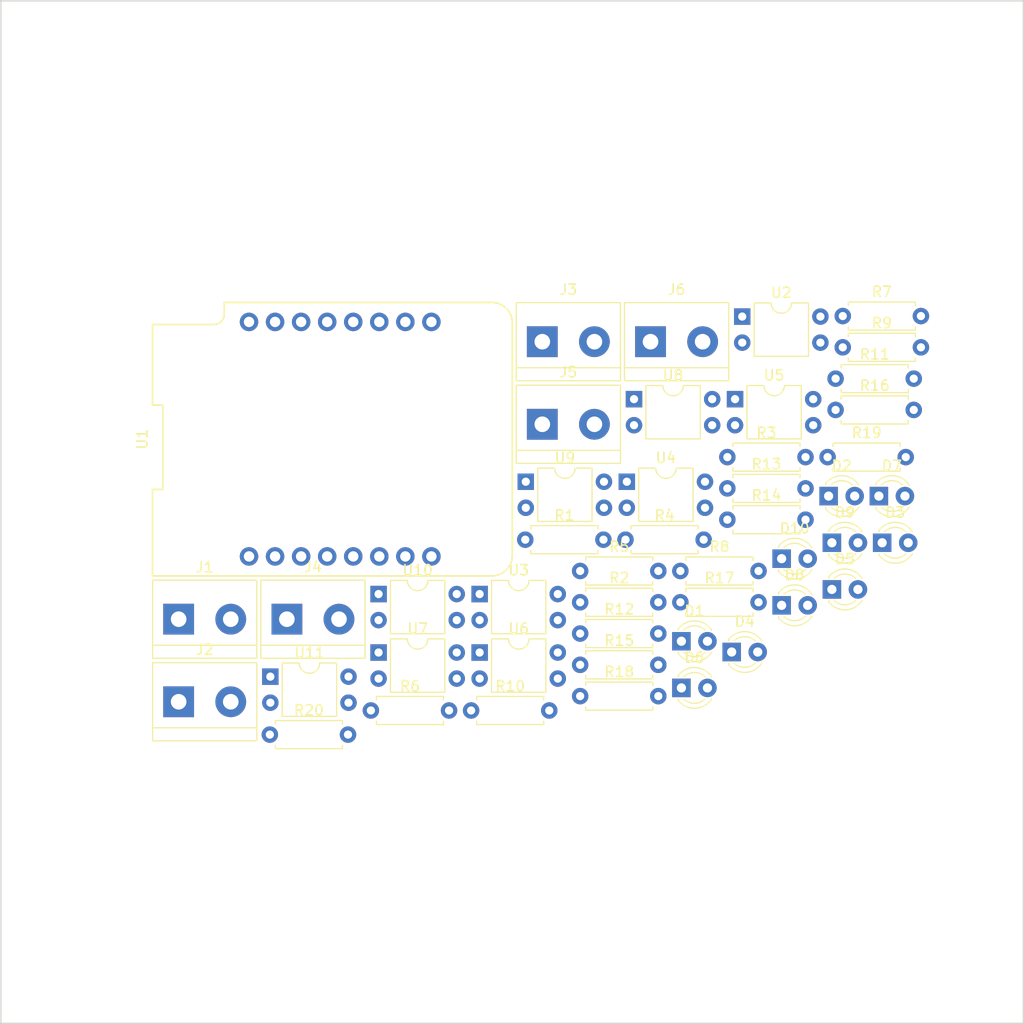
<source format=kicad_pcb>
(kicad_pcb (version 20171130) (host pcbnew "(5.0.2)-1")

  (general
    (thickness 1.6)
    (drawings 4)
    (tracks 0)
    (zones 0)
    (modules 47)
    (nets 49)
  )

  (page A4)
  (title_block
    (title arduino-esp8266-24V-outputs)
    (date 2020-08-15)
    (rev 1)
    (company udb)
    (comment 1 "Designed by Oscar Umaña")
  )

  (layers
    (0 F.Cu signal)
    (31 B.Cu signal)
    (32 B.Adhes user)
    (33 F.Adhes user)
    (34 B.Paste user)
    (35 F.Paste user)
    (36 B.SilkS user)
    (37 F.SilkS user)
    (38 B.Mask user)
    (39 F.Mask user)
    (40 Dwgs.User user)
    (41 Cmts.User user)
    (42 Eco1.User user)
    (43 Eco2.User user)
    (44 Edge.Cuts user)
    (45 Margin user)
    (46 B.CrtYd user)
    (47 F.CrtYd user)
    (48 B.Fab user)
    (49 F.Fab user)
  )

  (setup
    (last_trace_width 0.25)
    (trace_clearance 0.2)
    (zone_clearance 0.508)
    (zone_45_only no)
    (trace_min 0.2)
    (segment_width 0.2)
    (edge_width 0.15)
    (via_size 0.8)
    (via_drill 0.4)
    (via_min_size 0.4)
    (via_min_drill 0.3)
    (uvia_size 0.3)
    (uvia_drill 0.1)
    (uvias_allowed no)
    (uvia_min_size 0.2)
    (uvia_min_drill 0.1)
    (pcb_text_width 0.3)
    (pcb_text_size 1.5 1.5)
    (mod_edge_width 0.15)
    (mod_text_size 1 1)
    (mod_text_width 0.15)
    (pad_size 1.524 1.524)
    (pad_drill 0.762)
    (pad_to_mask_clearance 0.051)
    (solder_mask_min_width 0.25)
    (aux_axis_origin 0 0)
    (visible_elements 7FFFFFFF)
    (pcbplotparams
      (layerselection 0x010fc_ffffffff)
      (usegerberextensions false)
      (usegerberattributes false)
      (usegerberadvancedattributes false)
      (creategerberjobfile false)
      (excludeedgelayer true)
      (linewidth 0.100000)
      (plotframeref false)
      (viasonmask false)
      (mode 1)
      (useauxorigin false)
      (hpglpennumber 1)
      (hpglpenspeed 20)
      (hpglpendiameter 15.000000)
      (psnegative false)
      (psa4output false)
      (plotreference true)
      (plotvalue true)
      (plotinvisibletext false)
      (padsonsilk false)
      (subtractmaskfromsilk false)
      (outputformat 1)
      (mirror false)
      (drillshape 1)
      (scaleselection 1)
      (outputdirectory ""))
  )

  (net 0 "")
  (net 1 "Net-(D1-Pad2)")
  (net 2 "Net-(D1-Pad1)")
  (net 3 "Net-(D2-Pad1)")
  (net 4 "Net-(D2-Pad2)")
  (net 5 "Net-(D3-Pad2)")
  (net 6 "Net-(D3-Pad1)")
  (net 7 "Net-(D4-Pad1)")
  (net 8 "Net-(D4-Pad2)")
  (net 9 "Net-(D5-Pad2)")
  (net 10 "Net-(D5-Pad1)")
  (net 11 "Net-(D6-Pad2)")
  (net 12 "Net-(D6-Pad1)")
  (net 13 "Net-(D7-Pad1)")
  (net 14 "Net-(D7-Pad2)")
  (net 15 "Net-(D8-Pad1)")
  (net 16 "Net-(D8-Pad2)")
  (net 17 "Net-(D9-Pad2)")
  (net 18 "Net-(D9-Pad1)")
  (net 19 "Net-(D10-Pad1)")
  (net 20 "Net-(D10-Pad2)")
  (net 21 /I0.0)
  (net 22 /I0.1)
  (net 23 /I0.2)
  (net 24 /I0.3)
  (net 25 /I0.5)
  (net 26 /I0.4)
  (net 27 /I0.7)
  (net 28 /I0.6)
  (net 29 /I0.8)
  (net 30 /I0.9)
  (net 31 /GNDout)
  (net 32 /24V)
  (net 33 /D8)
  (net 34 /D4)
  (net 35 /D0)
  (net 36 /D9)
  (net 37 /D5)
  (net 38 /D1)
  (net 39 /D6)
  (net 40 /D2)
  (net 41 /D7)
  (net 42 /D3)
  (net 43 "Net-(U1-Pad16)")
  (net 44 "Net-(U1-Pad1)")
  (net 45 GND)
  (net 46 "Net-(U1-Pad7)")
  (net 47 "Net-(U1-Pad9)")
  (net 48 "Net-(U1-Pad8)")

  (net_class Default "This is the default net class."
    (clearance 0.2)
    (trace_width 0.25)
    (via_dia 0.8)
    (via_drill 0.4)
    (uvia_dia 0.3)
    (uvia_drill 0.1)
    (add_net /24V)
    (add_net /D0)
    (add_net /D1)
    (add_net /D2)
    (add_net /D3)
    (add_net /D4)
    (add_net /D5)
    (add_net /D6)
    (add_net /D7)
    (add_net /D8)
    (add_net /D9)
    (add_net /GNDout)
    (add_net /I0.0)
    (add_net /I0.1)
    (add_net /I0.2)
    (add_net /I0.3)
    (add_net /I0.4)
    (add_net /I0.5)
    (add_net /I0.6)
    (add_net /I0.7)
    (add_net /I0.8)
    (add_net /I0.9)
    (add_net GND)
    (add_net "Net-(D1-Pad1)")
    (add_net "Net-(D1-Pad2)")
    (add_net "Net-(D10-Pad1)")
    (add_net "Net-(D10-Pad2)")
    (add_net "Net-(D2-Pad1)")
    (add_net "Net-(D2-Pad2)")
    (add_net "Net-(D3-Pad1)")
    (add_net "Net-(D3-Pad2)")
    (add_net "Net-(D4-Pad1)")
    (add_net "Net-(D4-Pad2)")
    (add_net "Net-(D5-Pad1)")
    (add_net "Net-(D5-Pad2)")
    (add_net "Net-(D6-Pad1)")
    (add_net "Net-(D6-Pad2)")
    (add_net "Net-(D7-Pad1)")
    (add_net "Net-(D7-Pad2)")
    (add_net "Net-(D8-Pad1)")
    (add_net "Net-(D8-Pad2)")
    (add_net "Net-(D9-Pad1)")
    (add_net "Net-(D9-Pad2)")
    (add_net "Net-(U1-Pad1)")
    (add_net "Net-(U1-Pad16)")
    (add_net "Net-(U1-Pad7)")
    (add_net "Net-(U1-Pad8)")
    (add_net "Net-(U1-Pad9)")
  )

  (module LED_THT:LED_D3.0mm (layer F.Cu) (tedit 587A3A7B) (tstamp 5F4588B1)
    (at 80.955001 158.320001)
    (descr "LED, diameter 3.0mm, 2 pins")
    (tags "LED diameter 3.0mm 2 pins")
    (path /5F3A0254)
    (fp_text reference D1 (at 1.27 -2.96) (layer F.SilkS)
      (effects (font (size 1 1) (thickness 0.15)))
    )
    (fp_text value LED (at 1.27 2.96) (layer F.Fab)
      (effects (font (size 1 1) (thickness 0.15)))
    )
    (fp_line (start 3.7 -2.25) (end -1.15 -2.25) (layer F.CrtYd) (width 0.05))
    (fp_line (start 3.7 2.25) (end 3.7 -2.25) (layer F.CrtYd) (width 0.05))
    (fp_line (start -1.15 2.25) (end 3.7 2.25) (layer F.CrtYd) (width 0.05))
    (fp_line (start -1.15 -2.25) (end -1.15 2.25) (layer F.CrtYd) (width 0.05))
    (fp_line (start -0.29 1.08) (end -0.29 1.236) (layer F.SilkS) (width 0.12))
    (fp_line (start -0.29 -1.236) (end -0.29 -1.08) (layer F.SilkS) (width 0.12))
    (fp_line (start -0.23 -1.16619) (end -0.23 1.16619) (layer F.Fab) (width 0.1))
    (fp_circle (center 1.27 0) (end 2.77 0) (layer F.Fab) (width 0.1))
    (fp_arc (start 1.27 0) (end 0.229039 1.08) (angle -87.9) (layer F.SilkS) (width 0.12))
    (fp_arc (start 1.27 0) (end 0.229039 -1.08) (angle 87.9) (layer F.SilkS) (width 0.12))
    (fp_arc (start 1.27 0) (end -0.29 1.235516) (angle -108.8) (layer F.SilkS) (width 0.12))
    (fp_arc (start 1.27 0) (end -0.29 -1.235516) (angle 108.8) (layer F.SilkS) (width 0.12))
    (fp_arc (start 1.27 0) (end -0.23 -1.16619) (angle 284.3) (layer F.Fab) (width 0.1))
    (pad 2 thru_hole circle (at 2.54 0) (size 1.8 1.8) (drill 0.9) (layers *.Cu *.Mask)
      (net 1 "Net-(D1-Pad2)"))
    (pad 1 thru_hole rect (at 0 0) (size 1.8 1.8) (drill 0.9) (layers *.Cu *.Mask)
      (net 2 "Net-(D1-Pad1)"))
    (model ${KISYS3DMOD}/LED_THT.3dshapes/LED_D3.0mm.wrl
      (at (xyz 0 0 0))
      (scale (xyz 1 1 1))
      (rotate (xyz 0 0 0))
    )
  )

  (module LED_THT:LED_D3.0mm (layer F.Cu) (tedit 587A3A7B) (tstamp 5F4588C4)
    (at 95.305001 144.170001)
    (descr "LED, diameter 3.0mm, 2 pins")
    (tags "LED diameter 3.0mm 2 pins")
    (path /5F3A01C0)
    (fp_text reference D2 (at 1.27 -2.96) (layer F.SilkS)
      (effects (font (size 1 1) (thickness 0.15)))
    )
    (fp_text value LED (at 1.27 2.96) (layer F.Fab)
      (effects (font (size 1 1) (thickness 0.15)))
    )
    (fp_arc (start 1.27 0) (end -0.23 -1.16619) (angle 284.3) (layer F.Fab) (width 0.1))
    (fp_arc (start 1.27 0) (end -0.29 -1.235516) (angle 108.8) (layer F.SilkS) (width 0.12))
    (fp_arc (start 1.27 0) (end -0.29 1.235516) (angle -108.8) (layer F.SilkS) (width 0.12))
    (fp_arc (start 1.27 0) (end 0.229039 -1.08) (angle 87.9) (layer F.SilkS) (width 0.12))
    (fp_arc (start 1.27 0) (end 0.229039 1.08) (angle -87.9) (layer F.SilkS) (width 0.12))
    (fp_circle (center 1.27 0) (end 2.77 0) (layer F.Fab) (width 0.1))
    (fp_line (start -0.23 -1.16619) (end -0.23 1.16619) (layer F.Fab) (width 0.1))
    (fp_line (start -0.29 -1.236) (end -0.29 -1.08) (layer F.SilkS) (width 0.12))
    (fp_line (start -0.29 1.08) (end -0.29 1.236) (layer F.SilkS) (width 0.12))
    (fp_line (start -1.15 -2.25) (end -1.15 2.25) (layer F.CrtYd) (width 0.05))
    (fp_line (start -1.15 2.25) (end 3.7 2.25) (layer F.CrtYd) (width 0.05))
    (fp_line (start 3.7 2.25) (end 3.7 -2.25) (layer F.CrtYd) (width 0.05))
    (fp_line (start 3.7 -2.25) (end -1.15 -2.25) (layer F.CrtYd) (width 0.05))
    (pad 1 thru_hole rect (at 0 0) (size 1.8 1.8) (drill 0.9) (layers *.Cu *.Mask)
      (net 3 "Net-(D2-Pad1)"))
    (pad 2 thru_hole circle (at 2.54 0) (size 1.8 1.8) (drill 0.9) (layers *.Cu *.Mask)
      (net 4 "Net-(D2-Pad2)"))
    (model ${KISYS3DMOD}/LED_THT.3dshapes/LED_D3.0mm.wrl
      (at (xyz 0 0 0))
      (scale (xyz 1 1 1))
      (rotate (xyz 0 0 0))
    )
  )

  (module LED_THT:LED_D3.0mm (layer F.Cu) (tedit 587A3A7B) (tstamp 5F4588D7)
    (at 100.525001 148.720001)
    (descr "LED, diameter 3.0mm, 2 pins")
    (tags "LED diameter 3.0mm 2 pins")
    (path /5F39C5FF)
    (fp_text reference D3 (at 1.27 -2.96) (layer F.SilkS)
      (effects (font (size 1 1) (thickness 0.15)))
    )
    (fp_text value LED (at 1.27 2.96) (layer F.Fab)
      (effects (font (size 1 1) (thickness 0.15)))
    )
    (fp_line (start 3.7 -2.25) (end -1.15 -2.25) (layer F.CrtYd) (width 0.05))
    (fp_line (start 3.7 2.25) (end 3.7 -2.25) (layer F.CrtYd) (width 0.05))
    (fp_line (start -1.15 2.25) (end 3.7 2.25) (layer F.CrtYd) (width 0.05))
    (fp_line (start -1.15 -2.25) (end -1.15 2.25) (layer F.CrtYd) (width 0.05))
    (fp_line (start -0.29 1.08) (end -0.29 1.236) (layer F.SilkS) (width 0.12))
    (fp_line (start -0.29 -1.236) (end -0.29 -1.08) (layer F.SilkS) (width 0.12))
    (fp_line (start -0.23 -1.16619) (end -0.23 1.16619) (layer F.Fab) (width 0.1))
    (fp_circle (center 1.27 0) (end 2.77 0) (layer F.Fab) (width 0.1))
    (fp_arc (start 1.27 0) (end 0.229039 1.08) (angle -87.9) (layer F.SilkS) (width 0.12))
    (fp_arc (start 1.27 0) (end 0.229039 -1.08) (angle 87.9) (layer F.SilkS) (width 0.12))
    (fp_arc (start 1.27 0) (end -0.29 1.235516) (angle -108.8) (layer F.SilkS) (width 0.12))
    (fp_arc (start 1.27 0) (end -0.29 -1.235516) (angle 108.8) (layer F.SilkS) (width 0.12))
    (fp_arc (start 1.27 0) (end -0.23 -1.16619) (angle 284.3) (layer F.Fab) (width 0.1))
    (pad 2 thru_hole circle (at 2.54 0) (size 1.8 1.8) (drill 0.9) (layers *.Cu *.Mask)
      (net 5 "Net-(D3-Pad2)"))
    (pad 1 thru_hole rect (at 0 0) (size 1.8 1.8) (drill 0.9) (layers *.Cu *.Mask)
      (net 6 "Net-(D3-Pad1)"))
    (model ${KISYS3DMOD}/LED_THT.3dshapes/LED_D3.0mm.wrl
      (at (xyz 0 0 0))
      (scale (xyz 1 1 1))
      (rotate (xyz 0 0 0))
    )
  )

  (module LED_THT:LED_D3.0mm (layer F.Cu) (tedit 587A3A7B) (tstamp 5F4588EA)
    (at 85.855001 159.370001)
    (descr "LED, diameter 3.0mm, 2 pins")
    (tags "LED diameter 3.0mm 2 pins")
    (path /5F3A02E6)
    (fp_text reference D4 (at 1.27 -2.96) (layer F.SilkS)
      (effects (font (size 1 1) (thickness 0.15)))
    )
    (fp_text value LED (at 1.27 2.96) (layer F.Fab)
      (effects (font (size 1 1) (thickness 0.15)))
    )
    (fp_arc (start 1.27 0) (end -0.23 -1.16619) (angle 284.3) (layer F.Fab) (width 0.1))
    (fp_arc (start 1.27 0) (end -0.29 -1.235516) (angle 108.8) (layer F.SilkS) (width 0.12))
    (fp_arc (start 1.27 0) (end -0.29 1.235516) (angle -108.8) (layer F.SilkS) (width 0.12))
    (fp_arc (start 1.27 0) (end 0.229039 -1.08) (angle 87.9) (layer F.SilkS) (width 0.12))
    (fp_arc (start 1.27 0) (end 0.229039 1.08) (angle -87.9) (layer F.SilkS) (width 0.12))
    (fp_circle (center 1.27 0) (end 2.77 0) (layer F.Fab) (width 0.1))
    (fp_line (start -0.23 -1.16619) (end -0.23 1.16619) (layer F.Fab) (width 0.1))
    (fp_line (start -0.29 -1.236) (end -0.29 -1.08) (layer F.SilkS) (width 0.12))
    (fp_line (start -0.29 1.08) (end -0.29 1.236) (layer F.SilkS) (width 0.12))
    (fp_line (start -1.15 -2.25) (end -1.15 2.25) (layer F.CrtYd) (width 0.05))
    (fp_line (start -1.15 2.25) (end 3.7 2.25) (layer F.CrtYd) (width 0.05))
    (fp_line (start 3.7 2.25) (end 3.7 -2.25) (layer F.CrtYd) (width 0.05))
    (fp_line (start 3.7 -2.25) (end -1.15 -2.25) (layer F.CrtYd) (width 0.05))
    (pad 1 thru_hole rect (at 0 0) (size 1.8 1.8) (drill 0.9) (layers *.Cu *.Mask)
      (net 7 "Net-(D4-Pad1)"))
    (pad 2 thru_hole circle (at 2.54 0) (size 1.8 1.8) (drill 0.9) (layers *.Cu *.Mask)
      (net 8 "Net-(D4-Pad2)"))
    (model ${KISYS3DMOD}/LED_THT.3dshapes/LED_D3.0mm.wrl
      (at (xyz 0 0 0))
      (scale (xyz 1 1 1))
      (rotate (xyz 0 0 0))
    )
  )

  (module LED_THT:LED_D3.0mm (layer F.Cu) (tedit 587A3A7B) (tstamp 5F4588FD)
    (at 95.625001 153.270001)
    (descr "LED, diameter 3.0mm, 2 pins")
    (tags "LED diameter 3.0mm 2 pins")
    (path /5F3A0128)
    (fp_text reference D5 (at 1.27 -2.96) (layer F.SilkS)
      (effects (font (size 1 1) (thickness 0.15)))
    )
    (fp_text value LED (at 1.27 2.96) (layer F.Fab)
      (effects (font (size 1 1) (thickness 0.15)))
    )
    (fp_line (start 3.7 -2.25) (end -1.15 -2.25) (layer F.CrtYd) (width 0.05))
    (fp_line (start 3.7 2.25) (end 3.7 -2.25) (layer F.CrtYd) (width 0.05))
    (fp_line (start -1.15 2.25) (end 3.7 2.25) (layer F.CrtYd) (width 0.05))
    (fp_line (start -1.15 -2.25) (end -1.15 2.25) (layer F.CrtYd) (width 0.05))
    (fp_line (start -0.29 1.08) (end -0.29 1.236) (layer F.SilkS) (width 0.12))
    (fp_line (start -0.29 -1.236) (end -0.29 -1.08) (layer F.SilkS) (width 0.12))
    (fp_line (start -0.23 -1.16619) (end -0.23 1.16619) (layer F.Fab) (width 0.1))
    (fp_circle (center 1.27 0) (end 2.77 0) (layer F.Fab) (width 0.1))
    (fp_arc (start 1.27 0) (end 0.229039 1.08) (angle -87.9) (layer F.SilkS) (width 0.12))
    (fp_arc (start 1.27 0) (end 0.229039 -1.08) (angle 87.9) (layer F.SilkS) (width 0.12))
    (fp_arc (start 1.27 0) (end -0.29 1.235516) (angle -108.8) (layer F.SilkS) (width 0.12))
    (fp_arc (start 1.27 0) (end -0.29 -1.235516) (angle 108.8) (layer F.SilkS) (width 0.12))
    (fp_arc (start 1.27 0) (end -0.23 -1.16619) (angle 284.3) (layer F.Fab) (width 0.1))
    (pad 2 thru_hole circle (at 2.54 0) (size 1.8 1.8) (drill 0.9) (layers *.Cu *.Mask)
      (net 9 "Net-(D5-Pad2)"))
    (pad 1 thru_hole rect (at 0 0) (size 1.8 1.8) (drill 0.9) (layers *.Cu *.Mask)
      (net 10 "Net-(D5-Pad1)"))
    (model ${KISYS3DMOD}/LED_THT.3dshapes/LED_D3.0mm.wrl
      (at (xyz 0 0 0))
      (scale (xyz 1 1 1))
      (rotate (xyz 0 0 0))
    )
  )

  (module LED_THT:LED_D3.0mm (layer F.Cu) (tedit 587A3A7B) (tstamp 5F458910)
    (at 80.955001 162.870001)
    (descr "LED, diameter 3.0mm, 2 pins")
    (tags "LED diameter 3.0mm 2 pins")
    (path /5F39FF08)
    (fp_text reference D6 (at 1.27 -2.96) (layer F.SilkS)
      (effects (font (size 1 1) (thickness 0.15)))
    )
    (fp_text value LED (at 1.27 2.96) (layer F.Fab)
      (effects (font (size 1 1) (thickness 0.15)))
    )
    (fp_line (start 3.7 -2.25) (end -1.15 -2.25) (layer F.CrtYd) (width 0.05))
    (fp_line (start 3.7 2.25) (end 3.7 -2.25) (layer F.CrtYd) (width 0.05))
    (fp_line (start -1.15 2.25) (end 3.7 2.25) (layer F.CrtYd) (width 0.05))
    (fp_line (start -1.15 -2.25) (end -1.15 2.25) (layer F.CrtYd) (width 0.05))
    (fp_line (start -0.29 1.08) (end -0.29 1.236) (layer F.SilkS) (width 0.12))
    (fp_line (start -0.29 -1.236) (end -0.29 -1.08) (layer F.SilkS) (width 0.12))
    (fp_line (start -0.23 -1.16619) (end -0.23 1.16619) (layer F.Fab) (width 0.1))
    (fp_circle (center 1.27 0) (end 2.77 0) (layer F.Fab) (width 0.1))
    (fp_arc (start 1.27 0) (end 0.229039 1.08) (angle -87.9) (layer F.SilkS) (width 0.12))
    (fp_arc (start 1.27 0) (end 0.229039 -1.08) (angle 87.9) (layer F.SilkS) (width 0.12))
    (fp_arc (start 1.27 0) (end -0.29 1.235516) (angle -108.8) (layer F.SilkS) (width 0.12))
    (fp_arc (start 1.27 0) (end -0.29 -1.235516) (angle 108.8) (layer F.SilkS) (width 0.12))
    (fp_arc (start 1.27 0) (end -0.23 -1.16619) (angle 284.3) (layer F.Fab) (width 0.1))
    (pad 2 thru_hole circle (at 2.54 0) (size 1.8 1.8) (drill 0.9) (layers *.Cu *.Mask)
      (net 11 "Net-(D6-Pad2)"))
    (pad 1 thru_hole rect (at 0 0) (size 1.8 1.8) (drill 0.9) (layers *.Cu *.Mask)
      (net 12 "Net-(D6-Pad1)"))
    (model ${KISYS3DMOD}/LED_THT.3dshapes/LED_D3.0mm.wrl
      (at (xyz 0 0 0))
      (scale (xyz 1 1 1))
      (rotate (xyz 0 0 0))
    )
  )

  (module LED_THT:LED_D3.0mm (layer F.Cu) (tedit 587A3A7B) (tstamp 5F458923)
    (at 100.205001 144.170001)
    (descr "LED, diameter 3.0mm, 2 pins")
    (tags "LED diameter 3.0mm 2 pins")
    (path /5F3A0098)
    (fp_text reference D7 (at 1.27 -2.96) (layer F.SilkS)
      (effects (font (size 1 1) (thickness 0.15)))
    )
    (fp_text value LED (at 1.27 2.96) (layer F.Fab)
      (effects (font (size 1 1) (thickness 0.15)))
    )
    (fp_arc (start 1.27 0) (end -0.23 -1.16619) (angle 284.3) (layer F.Fab) (width 0.1))
    (fp_arc (start 1.27 0) (end -0.29 -1.235516) (angle 108.8) (layer F.SilkS) (width 0.12))
    (fp_arc (start 1.27 0) (end -0.29 1.235516) (angle -108.8) (layer F.SilkS) (width 0.12))
    (fp_arc (start 1.27 0) (end 0.229039 -1.08) (angle 87.9) (layer F.SilkS) (width 0.12))
    (fp_arc (start 1.27 0) (end 0.229039 1.08) (angle -87.9) (layer F.SilkS) (width 0.12))
    (fp_circle (center 1.27 0) (end 2.77 0) (layer F.Fab) (width 0.1))
    (fp_line (start -0.23 -1.16619) (end -0.23 1.16619) (layer F.Fab) (width 0.1))
    (fp_line (start -0.29 -1.236) (end -0.29 -1.08) (layer F.SilkS) (width 0.12))
    (fp_line (start -0.29 1.08) (end -0.29 1.236) (layer F.SilkS) (width 0.12))
    (fp_line (start -1.15 -2.25) (end -1.15 2.25) (layer F.CrtYd) (width 0.05))
    (fp_line (start -1.15 2.25) (end 3.7 2.25) (layer F.CrtYd) (width 0.05))
    (fp_line (start 3.7 2.25) (end 3.7 -2.25) (layer F.CrtYd) (width 0.05))
    (fp_line (start 3.7 -2.25) (end -1.15 -2.25) (layer F.CrtYd) (width 0.05))
    (pad 1 thru_hole rect (at 0 0) (size 1.8 1.8) (drill 0.9) (layers *.Cu *.Mask)
      (net 13 "Net-(D7-Pad1)"))
    (pad 2 thru_hole circle (at 2.54 0) (size 1.8 1.8) (drill 0.9) (layers *.Cu *.Mask)
      (net 14 "Net-(D7-Pad2)"))
    (model ${KISYS3DMOD}/LED_THT.3dshapes/LED_D3.0mm.wrl
      (at (xyz 0 0 0))
      (scale (xyz 1 1 1))
      (rotate (xyz 0 0 0))
    )
  )

  (module LED_THT:LED_D3.0mm (layer F.Cu) (tedit 587A3A7B) (tstamp 5F458936)
    (at 90.725001 154.820001)
    (descr "LED, diameter 3.0mm, 2 pins")
    (tags "LED diameter 3.0mm 2 pins")
    (path /5F39E28B)
    (fp_text reference D8 (at 1.27 -2.96) (layer F.SilkS)
      (effects (font (size 1 1) (thickness 0.15)))
    )
    (fp_text value LED (at 1.27 2.96) (layer F.Fab)
      (effects (font (size 1 1) (thickness 0.15)))
    )
    (fp_arc (start 1.27 0) (end -0.23 -1.16619) (angle 284.3) (layer F.Fab) (width 0.1))
    (fp_arc (start 1.27 0) (end -0.29 -1.235516) (angle 108.8) (layer F.SilkS) (width 0.12))
    (fp_arc (start 1.27 0) (end -0.29 1.235516) (angle -108.8) (layer F.SilkS) (width 0.12))
    (fp_arc (start 1.27 0) (end 0.229039 -1.08) (angle 87.9) (layer F.SilkS) (width 0.12))
    (fp_arc (start 1.27 0) (end 0.229039 1.08) (angle -87.9) (layer F.SilkS) (width 0.12))
    (fp_circle (center 1.27 0) (end 2.77 0) (layer F.Fab) (width 0.1))
    (fp_line (start -0.23 -1.16619) (end -0.23 1.16619) (layer F.Fab) (width 0.1))
    (fp_line (start -0.29 -1.236) (end -0.29 -1.08) (layer F.SilkS) (width 0.12))
    (fp_line (start -0.29 1.08) (end -0.29 1.236) (layer F.SilkS) (width 0.12))
    (fp_line (start -1.15 -2.25) (end -1.15 2.25) (layer F.CrtYd) (width 0.05))
    (fp_line (start -1.15 2.25) (end 3.7 2.25) (layer F.CrtYd) (width 0.05))
    (fp_line (start 3.7 2.25) (end 3.7 -2.25) (layer F.CrtYd) (width 0.05))
    (fp_line (start 3.7 -2.25) (end -1.15 -2.25) (layer F.CrtYd) (width 0.05))
    (pad 1 thru_hole rect (at 0 0) (size 1.8 1.8) (drill 0.9) (layers *.Cu *.Mask)
      (net 15 "Net-(D8-Pad1)"))
    (pad 2 thru_hole circle (at 2.54 0) (size 1.8 1.8) (drill 0.9) (layers *.Cu *.Mask)
      (net 16 "Net-(D8-Pad2)"))
    (model ${KISYS3DMOD}/LED_THT.3dshapes/LED_D3.0mm.wrl
      (at (xyz 0 0 0))
      (scale (xyz 1 1 1))
      (rotate (xyz 0 0 0))
    )
  )

  (module LED_THT:LED_D3.0mm (layer F.Cu) (tedit 587A3A7B) (tstamp 5F458949)
    (at 95.625001 148.720001)
    (descr "LED, diameter 3.0mm, 2 pins")
    (tags "LED diameter 3.0mm 2 pins")
    (path /5F3A0026)
    (fp_text reference D9 (at 1.27 -2.96) (layer F.SilkS)
      (effects (font (size 1 1) (thickness 0.15)))
    )
    (fp_text value LED (at 1.27 2.96) (layer F.Fab)
      (effects (font (size 1 1) (thickness 0.15)))
    )
    (fp_line (start 3.7 -2.25) (end -1.15 -2.25) (layer F.CrtYd) (width 0.05))
    (fp_line (start 3.7 2.25) (end 3.7 -2.25) (layer F.CrtYd) (width 0.05))
    (fp_line (start -1.15 2.25) (end 3.7 2.25) (layer F.CrtYd) (width 0.05))
    (fp_line (start -1.15 -2.25) (end -1.15 2.25) (layer F.CrtYd) (width 0.05))
    (fp_line (start -0.29 1.08) (end -0.29 1.236) (layer F.SilkS) (width 0.12))
    (fp_line (start -0.29 -1.236) (end -0.29 -1.08) (layer F.SilkS) (width 0.12))
    (fp_line (start -0.23 -1.16619) (end -0.23 1.16619) (layer F.Fab) (width 0.1))
    (fp_circle (center 1.27 0) (end 2.77 0) (layer F.Fab) (width 0.1))
    (fp_arc (start 1.27 0) (end 0.229039 1.08) (angle -87.9) (layer F.SilkS) (width 0.12))
    (fp_arc (start 1.27 0) (end 0.229039 -1.08) (angle 87.9) (layer F.SilkS) (width 0.12))
    (fp_arc (start 1.27 0) (end -0.29 1.235516) (angle -108.8) (layer F.SilkS) (width 0.12))
    (fp_arc (start 1.27 0) (end -0.29 -1.235516) (angle 108.8) (layer F.SilkS) (width 0.12))
    (fp_arc (start 1.27 0) (end -0.23 -1.16619) (angle 284.3) (layer F.Fab) (width 0.1))
    (pad 2 thru_hole circle (at 2.54 0) (size 1.8 1.8) (drill 0.9) (layers *.Cu *.Mask)
      (net 17 "Net-(D9-Pad2)"))
    (pad 1 thru_hole rect (at 0 0) (size 1.8 1.8) (drill 0.9) (layers *.Cu *.Mask)
      (net 18 "Net-(D9-Pad1)"))
    (model ${KISYS3DMOD}/LED_THT.3dshapes/LED_D3.0mm.wrl
      (at (xyz 0 0 0))
      (scale (xyz 1 1 1))
      (rotate (xyz 0 0 0))
    )
  )

  (module LED_THT:LED_D3.0mm (layer F.Cu) (tedit 587A3A7B) (tstamp 5F45895C)
    (at 90.725001 150.270001)
    (descr "LED, diameter 3.0mm, 2 pins")
    (tags "LED diameter 3.0mm 2 pins")
    (path /5F39FFA2)
    (fp_text reference D10 (at 1.27 -2.96) (layer F.SilkS)
      (effects (font (size 1 1) (thickness 0.15)))
    )
    (fp_text value LED (at 1.27 2.96) (layer F.Fab)
      (effects (font (size 1 1) (thickness 0.15)))
    )
    (fp_arc (start 1.27 0) (end -0.23 -1.16619) (angle 284.3) (layer F.Fab) (width 0.1))
    (fp_arc (start 1.27 0) (end -0.29 -1.235516) (angle 108.8) (layer F.SilkS) (width 0.12))
    (fp_arc (start 1.27 0) (end -0.29 1.235516) (angle -108.8) (layer F.SilkS) (width 0.12))
    (fp_arc (start 1.27 0) (end 0.229039 -1.08) (angle 87.9) (layer F.SilkS) (width 0.12))
    (fp_arc (start 1.27 0) (end 0.229039 1.08) (angle -87.9) (layer F.SilkS) (width 0.12))
    (fp_circle (center 1.27 0) (end 2.77 0) (layer F.Fab) (width 0.1))
    (fp_line (start -0.23 -1.16619) (end -0.23 1.16619) (layer F.Fab) (width 0.1))
    (fp_line (start -0.29 -1.236) (end -0.29 -1.08) (layer F.SilkS) (width 0.12))
    (fp_line (start -0.29 1.08) (end -0.29 1.236) (layer F.SilkS) (width 0.12))
    (fp_line (start -1.15 -2.25) (end -1.15 2.25) (layer F.CrtYd) (width 0.05))
    (fp_line (start -1.15 2.25) (end 3.7 2.25) (layer F.CrtYd) (width 0.05))
    (fp_line (start 3.7 2.25) (end 3.7 -2.25) (layer F.CrtYd) (width 0.05))
    (fp_line (start 3.7 -2.25) (end -1.15 -2.25) (layer F.CrtYd) (width 0.05))
    (pad 1 thru_hole rect (at 0 0) (size 1.8 1.8) (drill 0.9) (layers *.Cu *.Mask)
      (net 19 "Net-(D10-Pad1)"))
    (pad 2 thru_hole circle (at 2.54 0) (size 1.8 1.8) (drill 0.9) (layers *.Cu *.Mask)
      (net 20 "Net-(D10-Pad2)"))
    (model ${KISYS3DMOD}/LED_THT.3dshapes/LED_D3.0mm.wrl
      (at (xyz 0 0 0))
      (scale (xyz 1 1 1))
      (rotate (xyz 0 0 0))
    )
  )

  (module TerminalBlock:TerminalBlock_bornier-2_P5.08mm (layer F.Cu) (tedit 59FF03AB) (tstamp 5F458971)
    (at 31.945001 156.170001)
    (descr "simple 2-pin terminal block, pitch 5.08mm, revamped version of bornier2")
    (tags "terminal block bornier2")
    (path /5F38DD43)
    (fp_text reference J1 (at 2.54 -5.08) (layer F.SilkS)
      (effects (font (size 1 1) (thickness 0.15)))
    )
    (fp_text value Conn_01x02_Female (at 2.54 5.08) (layer F.Fab)
      (effects (font (size 1 1) (thickness 0.15)))
    )
    (fp_text user %R (at 2.54 0) (layer F.Fab)
      (effects (font (size 1 1) (thickness 0.15)))
    )
    (fp_line (start -2.41 2.55) (end 7.49 2.55) (layer F.Fab) (width 0.1))
    (fp_line (start -2.46 -3.75) (end -2.46 3.75) (layer F.Fab) (width 0.1))
    (fp_line (start -2.46 3.75) (end 7.54 3.75) (layer F.Fab) (width 0.1))
    (fp_line (start 7.54 3.75) (end 7.54 -3.75) (layer F.Fab) (width 0.1))
    (fp_line (start 7.54 -3.75) (end -2.46 -3.75) (layer F.Fab) (width 0.1))
    (fp_line (start 7.62 2.54) (end -2.54 2.54) (layer F.SilkS) (width 0.12))
    (fp_line (start 7.62 3.81) (end 7.62 -3.81) (layer F.SilkS) (width 0.12))
    (fp_line (start 7.62 -3.81) (end -2.54 -3.81) (layer F.SilkS) (width 0.12))
    (fp_line (start -2.54 -3.81) (end -2.54 3.81) (layer F.SilkS) (width 0.12))
    (fp_line (start -2.54 3.81) (end 7.62 3.81) (layer F.SilkS) (width 0.12))
    (fp_line (start -2.71 -4) (end 7.79 -4) (layer F.CrtYd) (width 0.05))
    (fp_line (start -2.71 -4) (end -2.71 4) (layer F.CrtYd) (width 0.05))
    (fp_line (start 7.79 4) (end 7.79 -4) (layer F.CrtYd) (width 0.05))
    (fp_line (start 7.79 4) (end -2.71 4) (layer F.CrtYd) (width 0.05))
    (pad 1 thru_hole rect (at 0 0) (size 3 3) (drill 1.52) (layers *.Cu *.Mask)
      (net 21 /I0.0))
    (pad 2 thru_hole circle (at 5.08 0) (size 3 3) (drill 1.52) (layers *.Cu *.Mask)
      (net 22 /I0.1))
    (model ${KISYS3DMOD}/TerminalBlock.3dshapes/TerminalBlock_bornier-2_P5.08mm.wrl
      (offset (xyz 2.539999961853027 0 0))
      (scale (xyz 1 1 1))
      (rotate (xyz 0 0 0))
    )
  )

  (module TerminalBlock:TerminalBlock_bornier-2_P5.08mm (layer F.Cu) (tedit 59FF03AB) (tstamp 5F458986)
    (at 31.945001 164.220001)
    (descr "simple 2-pin terminal block, pitch 5.08mm, revamped version of bornier2")
    (tags "terminal block bornier2")
    (path /5F38DEAD)
    (fp_text reference J2 (at 2.54 -5.08) (layer F.SilkS)
      (effects (font (size 1 1) (thickness 0.15)))
    )
    (fp_text value Conn_01x02_Female (at 2.54 5.08) (layer F.Fab)
      (effects (font (size 1 1) (thickness 0.15)))
    )
    (fp_text user %R (at 2.54 0) (layer F.Fab)
      (effects (font (size 1 1) (thickness 0.15)))
    )
    (fp_line (start -2.41 2.55) (end 7.49 2.55) (layer F.Fab) (width 0.1))
    (fp_line (start -2.46 -3.75) (end -2.46 3.75) (layer F.Fab) (width 0.1))
    (fp_line (start -2.46 3.75) (end 7.54 3.75) (layer F.Fab) (width 0.1))
    (fp_line (start 7.54 3.75) (end 7.54 -3.75) (layer F.Fab) (width 0.1))
    (fp_line (start 7.54 -3.75) (end -2.46 -3.75) (layer F.Fab) (width 0.1))
    (fp_line (start 7.62 2.54) (end -2.54 2.54) (layer F.SilkS) (width 0.12))
    (fp_line (start 7.62 3.81) (end 7.62 -3.81) (layer F.SilkS) (width 0.12))
    (fp_line (start 7.62 -3.81) (end -2.54 -3.81) (layer F.SilkS) (width 0.12))
    (fp_line (start -2.54 -3.81) (end -2.54 3.81) (layer F.SilkS) (width 0.12))
    (fp_line (start -2.54 3.81) (end 7.62 3.81) (layer F.SilkS) (width 0.12))
    (fp_line (start -2.71 -4) (end 7.79 -4) (layer F.CrtYd) (width 0.05))
    (fp_line (start -2.71 -4) (end -2.71 4) (layer F.CrtYd) (width 0.05))
    (fp_line (start 7.79 4) (end 7.79 -4) (layer F.CrtYd) (width 0.05))
    (fp_line (start 7.79 4) (end -2.71 4) (layer F.CrtYd) (width 0.05))
    (pad 1 thru_hole rect (at 0 0) (size 3 3) (drill 1.52) (layers *.Cu *.Mask)
      (net 23 /I0.2))
    (pad 2 thru_hole circle (at 5.08 0) (size 3 3) (drill 1.52) (layers *.Cu *.Mask)
      (net 24 /I0.3))
    (model ${KISYS3DMOD}/TerminalBlock.3dshapes/TerminalBlock_bornier-2_P5.08mm.wrl
      (offset (xyz 2.539999961853027 0 0))
      (scale (xyz 1 1 1))
      (rotate (xyz 0 0 0))
    )
  )

  (module TerminalBlock:TerminalBlock_bornier-2_P5.08mm (layer F.Cu) (tedit 59FF03AB) (tstamp 5F45899B)
    (at 67.395001 129.120001)
    (descr "simple 2-pin terminal block, pitch 5.08mm, revamped version of bornier2")
    (tags "terminal block bornier2")
    (path /5F38DF03)
    (fp_text reference J3 (at 2.54 -5.08) (layer F.SilkS)
      (effects (font (size 1 1) (thickness 0.15)))
    )
    (fp_text value Conn_01x02_Female (at 2.54 5.08) (layer F.Fab)
      (effects (font (size 1 1) (thickness 0.15)))
    )
    (fp_line (start 7.79 4) (end -2.71 4) (layer F.CrtYd) (width 0.05))
    (fp_line (start 7.79 4) (end 7.79 -4) (layer F.CrtYd) (width 0.05))
    (fp_line (start -2.71 -4) (end -2.71 4) (layer F.CrtYd) (width 0.05))
    (fp_line (start -2.71 -4) (end 7.79 -4) (layer F.CrtYd) (width 0.05))
    (fp_line (start -2.54 3.81) (end 7.62 3.81) (layer F.SilkS) (width 0.12))
    (fp_line (start -2.54 -3.81) (end -2.54 3.81) (layer F.SilkS) (width 0.12))
    (fp_line (start 7.62 -3.81) (end -2.54 -3.81) (layer F.SilkS) (width 0.12))
    (fp_line (start 7.62 3.81) (end 7.62 -3.81) (layer F.SilkS) (width 0.12))
    (fp_line (start 7.62 2.54) (end -2.54 2.54) (layer F.SilkS) (width 0.12))
    (fp_line (start 7.54 -3.75) (end -2.46 -3.75) (layer F.Fab) (width 0.1))
    (fp_line (start 7.54 3.75) (end 7.54 -3.75) (layer F.Fab) (width 0.1))
    (fp_line (start -2.46 3.75) (end 7.54 3.75) (layer F.Fab) (width 0.1))
    (fp_line (start -2.46 -3.75) (end -2.46 3.75) (layer F.Fab) (width 0.1))
    (fp_line (start -2.41 2.55) (end 7.49 2.55) (layer F.Fab) (width 0.1))
    (fp_text user %R (at 2.54 0) (layer F.Fab)
      (effects (font (size 1 1) (thickness 0.15)))
    )
    (pad 2 thru_hole circle (at 5.08 0) (size 3 3) (drill 1.52) (layers *.Cu *.Mask)
      (net 25 /I0.5))
    (pad 1 thru_hole rect (at 0 0) (size 3 3) (drill 1.52) (layers *.Cu *.Mask)
      (net 26 /I0.4))
    (model ${KISYS3DMOD}/TerminalBlock.3dshapes/TerminalBlock_bornier-2_P5.08mm.wrl
      (offset (xyz 2.539999961853027 0 0))
      (scale (xyz 1 1 1))
      (rotate (xyz 0 0 0))
    )
  )

  (module TerminalBlock:TerminalBlock_bornier-2_P5.08mm (layer F.Cu) (tedit 59FF03AB) (tstamp 5F4589B0)
    (at 42.495001 156.170001)
    (descr "simple 2-pin terminal block, pitch 5.08mm, revamped version of bornier2")
    (tags "terminal block bornier2")
    (path /5F38DF6B)
    (fp_text reference J4 (at 2.54 -5.08) (layer F.SilkS)
      (effects (font (size 1 1) (thickness 0.15)))
    )
    (fp_text value Conn_01x02_Female (at 2.54 5.08) (layer F.Fab)
      (effects (font (size 1 1) (thickness 0.15)))
    )
    (fp_line (start 7.79 4) (end -2.71 4) (layer F.CrtYd) (width 0.05))
    (fp_line (start 7.79 4) (end 7.79 -4) (layer F.CrtYd) (width 0.05))
    (fp_line (start -2.71 -4) (end -2.71 4) (layer F.CrtYd) (width 0.05))
    (fp_line (start -2.71 -4) (end 7.79 -4) (layer F.CrtYd) (width 0.05))
    (fp_line (start -2.54 3.81) (end 7.62 3.81) (layer F.SilkS) (width 0.12))
    (fp_line (start -2.54 -3.81) (end -2.54 3.81) (layer F.SilkS) (width 0.12))
    (fp_line (start 7.62 -3.81) (end -2.54 -3.81) (layer F.SilkS) (width 0.12))
    (fp_line (start 7.62 3.81) (end 7.62 -3.81) (layer F.SilkS) (width 0.12))
    (fp_line (start 7.62 2.54) (end -2.54 2.54) (layer F.SilkS) (width 0.12))
    (fp_line (start 7.54 -3.75) (end -2.46 -3.75) (layer F.Fab) (width 0.1))
    (fp_line (start 7.54 3.75) (end 7.54 -3.75) (layer F.Fab) (width 0.1))
    (fp_line (start -2.46 3.75) (end 7.54 3.75) (layer F.Fab) (width 0.1))
    (fp_line (start -2.46 -3.75) (end -2.46 3.75) (layer F.Fab) (width 0.1))
    (fp_line (start -2.41 2.55) (end 7.49 2.55) (layer F.Fab) (width 0.1))
    (fp_text user %R (at 2.54 0) (layer F.Fab)
      (effects (font (size 1 1) (thickness 0.15)))
    )
    (pad 2 thru_hole circle (at 5.08 0) (size 3 3) (drill 1.52) (layers *.Cu *.Mask)
      (net 27 /I0.7))
    (pad 1 thru_hole rect (at 0 0) (size 3 3) (drill 1.52) (layers *.Cu *.Mask)
      (net 28 /I0.6))
    (model ${KISYS3DMOD}/TerminalBlock.3dshapes/TerminalBlock_bornier-2_P5.08mm.wrl
      (offset (xyz 2.539999961853027 0 0))
      (scale (xyz 1 1 1))
      (rotate (xyz 0 0 0))
    )
  )

  (module TerminalBlock:TerminalBlock_bornier-2_P5.08mm (layer F.Cu) (tedit 59FF03AB) (tstamp 5F4589C5)
    (at 67.395001 137.170001)
    (descr "simple 2-pin terminal block, pitch 5.08mm, revamped version of bornier2")
    (tags "terminal block bornier2")
    (path /5F38DFD3)
    (fp_text reference J5 (at 2.54 -5.08) (layer F.SilkS)
      (effects (font (size 1 1) (thickness 0.15)))
    )
    (fp_text value Conn_01x02_Female (at 2.54 5.08) (layer F.Fab)
      (effects (font (size 1 1) (thickness 0.15)))
    )
    (fp_text user %R (at 2.54 0) (layer F.Fab)
      (effects (font (size 1 1) (thickness 0.15)))
    )
    (fp_line (start -2.41 2.55) (end 7.49 2.55) (layer F.Fab) (width 0.1))
    (fp_line (start -2.46 -3.75) (end -2.46 3.75) (layer F.Fab) (width 0.1))
    (fp_line (start -2.46 3.75) (end 7.54 3.75) (layer F.Fab) (width 0.1))
    (fp_line (start 7.54 3.75) (end 7.54 -3.75) (layer F.Fab) (width 0.1))
    (fp_line (start 7.54 -3.75) (end -2.46 -3.75) (layer F.Fab) (width 0.1))
    (fp_line (start 7.62 2.54) (end -2.54 2.54) (layer F.SilkS) (width 0.12))
    (fp_line (start 7.62 3.81) (end 7.62 -3.81) (layer F.SilkS) (width 0.12))
    (fp_line (start 7.62 -3.81) (end -2.54 -3.81) (layer F.SilkS) (width 0.12))
    (fp_line (start -2.54 -3.81) (end -2.54 3.81) (layer F.SilkS) (width 0.12))
    (fp_line (start -2.54 3.81) (end 7.62 3.81) (layer F.SilkS) (width 0.12))
    (fp_line (start -2.71 -4) (end 7.79 -4) (layer F.CrtYd) (width 0.05))
    (fp_line (start -2.71 -4) (end -2.71 4) (layer F.CrtYd) (width 0.05))
    (fp_line (start 7.79 4) (end 7.79 -4) (layer F.CrtYd) (width 0.05))
    (fp_line (start 7.79 4) (end -2.71 4) (layer F.CrtYd) (width 0.05))
    (pad 1 thru_hole rect (at 0 0) (size 3 3) (drill 1.52) (layers *.Cu *.Mask)
      (net 29 /I0.8))
    (pad 2 thru_hole circle (at 5.08 0) (size 3 3) (drill 1.52) (layers *.Cu *.Mask)
      (net 30 /I0.9))
    (model ${KISYS3DMOD}/TerminalBlock.3dshapes/TerminalBlock_bornier-2_P5.08mm.wrl
      (offset (xyz 2.539999961853027 0 0))
      (scale (xyz 1 1 1))
      (rotate (xyz 0 0 0))
    )
  )

  (module TerminalBlock:TerminalBlock_bornier-2_P5.08mm (layer F.Cu) (tedit 59FF03AB) (tstamp 5F4589DA)
    (at 77.945001 129.120001)
    (descr "simple 2-pin terminal block, pitch 5.08mm, revamped version of bornier2")
    (tags "terminal block bornier2")
    (path /5F39A5AC)
    (fp_text reference J6 (at 2.54 -5.08) (layer F.SilkS)
      (effects (font (size 1 1) (thickness 0.15)))
    )
    (fp_text value Conn_01x02_Female (at 2.54 5.08) (layer F.Fab)
      (effects (font (size 1 1) (thickness 0.15)))
    )
    (fp_line (start 7.79 4) (end -2.71 4) (layer F.CrtYd) (width 0.05))
    (fp_line (start 7.79 4) (end 7.79 -4) (layer F.CrtYd) (width 0.05))
    (fp_line (start -2.71 -4) (end -2.71 4) (layer F.CrtYd) (width 0.05))
    (fp_line (start -2.71 -4) (end 7.79 -4) (layer F.CrtYd) (width 0.05))
    (fp_line (start -2.54 3.81) (end 7.62 3.81) (layer F.SilkS) (width 0.12))
    (fp_line (start -2.54 -3.81) (end -2.54 3.81) (layer F.SilkS) (width 0.12))
    (fp_line (start 7.62 -3.81) (end -2.54 -3.81) (layer F.SilkS) (width 0.12))
    (fp_line (start 7.62 3.81) (end 7.62 -3.81) (layer F.SilkS) (width 0.12))
    (fp_line (start 7.62 2.54) (end -2.54 2.54) (layer F.SilkS) (width 0.12))
    (fp_line (start 7.54 -3.75) (end -2.46 -3.75) (layer F.Fab) (width 0.1))
    (fp_line (start 7.54 3.75) (end 7.54 -3.75) (layer F.Fab) (width 0.1))
    (fp_line (start -2.46 3.75) (end 7.54 3.75) (layer F.Fab) (width 0.1))
    (fp_line (start -2.46 -3.75) (end -2.46 3.75) (layer F.Fab) (width 0.1))
    (fp_line (start -2.41 2.55) (end 7.49 2.55) (layer F.Fab) (width 0.1))
    (fp_text user %R (at 2.54 0) (layer F.Fab)
      (effects (font (size 1 1) (thickness 0.15)))
    )
    (pad 2 thru_hole circle (at 5.08 0) (size 3 3) (drill 1.52) (layers *.Cu *.Mask)
      (net 31 /GNDout))
    (pad 1 thru_hole rect (at 0 0) (size 3 3) (drill 1.52) (layers *.Cu *.Mask)
      (net 32 /24V))
    (model ${KISYS3DMOD}/TerminalBlock.3dshapes/TerminalBlock_bornier-2_P5.08mm.wrl
      (offset (xyz 2.539999961853027 0 0))
      (scale (xyz 1 1 1))
      (rotate (xyz 0 0 0))
    )
  )

  (module Resistor_THT:R_Axial_DIN0207_L6.3mm_D2.5mm_P7.62mm_Horizontal (layer F.Cu) (tedit 5AE5139B) (tstamp 5F4589F1)
    (at 65.735001 148.420001)
    (descr "Resistor, Axial_DIN0207 series, Axial, Horizontal, pin pitch=7.62mm, 0.25W = 1/4W, length*diameter=6.3*2.5mm^2, http://cdn-reichelt.de/documents/datenblatt/B400/1_4W%23YAG.pdf")
    (tags "Resistor Axial_DIN0207 series Axial Horizontal pin pitch 7.62mm 0.25W = 1/4W length 6.3mm diameter 2.5mm")
    (path /5F38BC89)
    (fp_text reference R1 (at 3.81 -2.37) (layer F.SilkS)
      (effects (font (size 1 1) (thickness 0.15)))
    )
    (fp_text value R (at 3.81 2.37) (layer F.Fab)
      (effects (font (size 1 1) (thickness 0.15)))
    )
    (fp_line (start 0.66 -1.25) (end 0.66 1.25) (layer F.Fab) (width 0.1))
    (fp_line (start 0.66 1.25) (end 6.96 1.25) (layer F.Fab) (width 0.1))
    (fp_line (start 6.96 1.25) (end 6.96 -1.25) (layer F.Fab) (width 0.1))
    (fp_line (start 6.96 -1.25) (end 0.66 -1.25) (layer F.Fab) (width 0.1))
    (fp_line (start 0 0) (end 0.66 0) (layer F.Fab) (width 0.1))
    (fp_line (start 7.62 0) (end 6.96 0) (layer F.Fab) (width 0.1))
    (fp_line (start 0.54 -1.04) (end 0.54 -1.37) (layer F.SilkS) (width 0.12))
    (fp_line (start 0.54 -1.37) (end 7.08 -1.37) (layer F.SilkS) (width 0.12))
    (fp_line (start 7.08 -1.37) (end 7.08 -1.04) (layer F.SilkS) (width 0.12))
    (fp_line (start 0.54 1.04) (end 0.54 1.37) (layer F.SilkS) (width 0.12))
    (fp_line (start 0.54 1.37) (end 7.08 1.37) (layer F.SilkS) (width 0.12))
    (fp_line (start 7.08 1.37) (end 7.08 1.04) (layer F.SilkS) (width 0.12))
    (fp_line (start -1.05 -1.5) (end -1.05 1.5) (layer F.CrtYd) (width 0.05))
    (fp_line (start -1.05 1.5) (end 8.67 1.5) (layer F.CrtYd) (width 0.05))
    (fp_line (start 8.67 1.5) (end 8.67 -1.5) (layer F.CrtYd) (width 0.05))
    (fp_line (start 8.67 -1.5) (end -1.05 -1.5) (layer F.CrtYd) (width 0.05))
    (fp_text user %R (at 3.81 0) (layer F.Fab)
      (effects (font (size 1 1) (thickness 0.15)))
    )
    (pad 1 thru_hole circle (at 0 0) (size 1.6 1.6) (drill 0.8) (layers *.Cu *.Mask)
      (net 1 "Net-(D1-Pad2)"))
    (pad 2 thru_hole oval (at 7.62 0) (size 1.6 1.6) (drill 0.8) (layers *.Cu *.Mask)
      (net 33 /D8))
    (model ${KISYS3DMOD}/Resistor_THT.3dshapes/R_Axial_DIN0207_L6.3mm_D2.5mm_P7.62mm_Horizontal.wrl
      (at (xyz 0 0 0))
      (scale (xyz 1 1 1))
      (rotate (xyz 0 0 0))
    )
  )

  (module Resistor_THT:R_Axial_DIN0207_L6.3mm_D2.5mm_P7.62mm_Horizontal (layer F.Cu) (tedit 5AE5139B) (tstamp 5F458A08)
    (at 71.085001 154.520001)
    (descr "Resistor, Axial_DIN0207 series, Axial, Horizontal, pin pitch=7.62mm, 0.25W = 1/4W, length*diameter=6.3*2.5mm^2, http://cdn-reichelt.de/documents/datenblatt/B400/1_4W%23YAG.pdf")
    (tags "Resistor Axial_DIN0207 series Axial Horizontal pin pitch 7.62mm 0.25W = 1/4W length 6.3mm diameter 2.5mm")
    (path /5F38ABB6)
    (fp_text reference R2 (at 3.81 -2.37) (layer F.SilkS)
      (effects (font (size 1 1) (thickness 0.15)))
    )
    (fp_text value R (at 3.81 2.37) (layer F.Fab)
      (effects (font (size 1 1) (thickness 0.15)))
    )
    (fp_text user %R (at 3.81 0) (layer F.Fab)
      (effects (font (size 1 1) (thickness 0.15)))
    )
    (fp_line (start 8.67 -1.5) (end -1.05 -1.5) (layer F.CrtYd) (width 0.05))
    (fp_line (start 8.67 1.5) (end 8.67 -1.5) (layer F.CrtYd) (width 0.05))
    (fp_line (start -1.05 1.5) (end 8.67 1.5) (layer F.CrtYd) (width 0.05))
    (fp_line (start -1.05 -1.5) (end -1.05 1.5) (layer F.CrtYd) (width 0.05))
    (fp_line (start 7.08 1.37) (end 7.08 1.04) (layer F.SilkS) (width 0.12))
    (fp_line (start 0.54 1.37) (end 7.08 1.37) (layer F.SilkS) (width 0.12))
    (fp_line (start 0.54 1.04) (end 0.54 1.37) (layer F.SilkS) (width 0.12))
    (fp_line (start 7.08 -1.37) (end 7.08 -1.04) (layer F.SilkS) (width 0.12))
    (fp_line (start 0.54 -1.37) (end 7.08 -1.37) (layer F.SilkS) (width 0.12))
    (fp_line (start 0.54 -1.04) (end 0.54 -1.37) (layer F.SilkS) (width 0.12))
    (fp_line (start 7.62 0) (end 6.96 0) (layer F.Fab) (width 0.1))
    (fp_line (start 0 0) (end 0.66 0) (layer F.Fab) (width 0.1))
    (fp_line (start 6.96 -1.25) (end 0.66 -1.25) (layer F.Fab) (width 0.1))
    (fp_line (start 6.96 1.25) (end 6.96 -1.25) (layer F.Fab) (width 0.1))
    (fp_line (start 0.66 1.25) (end 6.96 1.25) (layer F.Fab) (width 0.1))
    (fp_line (start 0.66 -1.25) (end 0.66 1.25) (layer F.Fab) (width 0.1))
    (pad 2 thru_hole oval (at 7.62 0) (size 1.6 1.6) (drill 0.8) (layers *.Cu *.Mask)
      (net 34 /D4))
    (pad 1 thru_hole circle (at 0 0) (size 1.6 1.6) (drill 0.8) (layers *.Cu *.Mask)
      (net 4 "Net-(D2-Pad2)"))
    (model ${KISYS3DMOD}/Resistor_THT.3dshapes/R_Axial_DIN0207_L6.3mm_D2.5mm_P7.62mm_Horizontal.wrl
      (at (xyz 0 0 0))
      (scale (xyz 1 1 1))
      (rotate (xyz 0 0 0))
    )
  )

  (module Resistor_THT:R_Axial_DIN0207_L6.3mm_D2.5mm_P7.62mm_Horizontal (layer F.Cu) (tedit 5AE5139B) (tstamp 5F458A1F)
    (at 85.435001 140.370001)
    (descr "Resistor, Axial_DIN0207 series, Axial, Horizontal, pin pitch=7.62mm, 0.25W = 1/4W, length*diameter=6.3*2.5mm^2, http://cdn-reichelt.de/documents/datenblatt/B400/1_4W%23YAG.pdf")
    (tags "Resistor Axial_DIN0207 series Axial Horizontal pin pitch 7.62mm 0.25W = 1/4W length 6.3mm diameter 2.5mm")
    (path /5F3899BF)
    (fp_text reference R3 (at 3.81 -2.37) (layer F.SilkS)
      (effects (font (size 1 1) (thickness 0.15)))
    )
    (fp_text value R (at 3.81 2.37) (layer F.Fab)
      (effects (font (size 1 1) (thickness 0.15)))
    )
    (fp_text user %R (at 3.81 0) (layer F.Fab)
      (effects (font (size 1 1) (thickness 0.15)))
    )
    (fp_line (start 8.67 -1.5) (end -1.05 -1.5) (layer F.CrtYd) (width 0.05))
    (fp_line (start 8.67 1.5) (end 8.67 -1.5) (layer F.CrtYd) (width 0.05))
    (fp_line (start -1.05 1.5) (end 8.67 1.5) (layer F.CrtYd) (width 0.05))
    (fp_line (start -1.05 -1.5) (end -1.05 1.5) (layer F.CrtYd) (width 0.05))
    (fp_line (start 7.08 1.37) (end 7.08 1.04) (layer F.SilkS) (width 0.12))
    (fp_line (start 0.54 1.37) (end 7.08 1.37) (layer F.SilkS) (width 0.12))
    (fp_line (start 0.54 1.04) (end 0.54 1.37) (layer F.SilkS) (width 0.12))
    (fp_line (start 7.08 -1.37) (end 7.08 -1.04) (layer F.SilkS) (width 0.12))
    (fp_line (start 0.54 -1.37) (end 7.08 -1.37) (layer F.SilkS) (width 0.12))
    (fp_line (start 0.54 -1.04) (end 0.54 -1.37) (layer F.SilkS) (width 0.12))
    (fp_line (start 7.62 0) (end 6.96 0) (layer F.Fab) (width 0.1))
    (fp_line (start 0 0) (end 0.66 0) (layer F.Fab) (width 0.1))
    (fp_line (start 6.96 -1.25) (end 0.66 -1.25) (layer F.Fab) (width 0.1))
    (fp_line (start 6.96 1.25) (end 6.96 -1.25) (layer F.Fab) (width 0.1))
    (fp_line (start 0.66 1.25) (end 6.96 1.25) (layer F.Fab) (width 0.1))
    (fp_line (start 0.66 -1.25) (end 0.66 1.25) (layer F.Fab) (width 0.1))
    (pad 2 thru_hole oval (at 7.62 0) (size 1.6 1.6) (drill 0.8) (layers *.Cu *.Mask)
      (net 35 /D0))
    (pad 1 thru_hole circle (at 0 0) (size 1.6 1.6) (drill 0.8) (layers *.Cu *.Mask)
      (net 5 "Net-(D3-Pad2)"))
    (model ${KISYS3DMOD}/Resistor_THT.3dshapes/R_Axial_DIN0207_L6.3mm_D2.5mm_P7.62mm_Horizontal.wrl
      (at (xyz 0 0 0))
      (scale (xyz 1 1 1))
      (rotate (xyz 0 0 0))
    )
  )

  (module Resistor_THT:R_Axial_DIN0207_L6.3mm_D2.5mm_P7.62mm_Horizontal (layer F.Cu) (tedit 5AE5139B) (tstamp 5F458A36)
    (at 75.505001 148.420001)
    (descr "Resistor, Axial_DIN0207 series, Axial, Horizontal, pin pitch=7.62mm, 0.25W = 1/4W, length*diameter=6.3*2.5mm^2, http://cdn-reichelt.de/documents/datenblatt/B400/1_4W%23YAG.pdf")
    (tags "Resistor Axial_DIN0207 series Axial Horizontal pin pitch 7.62mm 0.25W = 1/4W length 6.3mm diameter 2.5mm")
    (path /5F38BC90)
    (fp_text reference R4 (at 3.81 -2.37) (layer F.SilkS)
      (effects (font (size 1 1) (thickness 0.15)))
    )
    (fp_text value R (at 3.81 2.37) (layer F.Fab)
      (effects (font (size 1 1) (thickness 0.15)))
    )
    (fp_text user %R (at 3.81 0) (layer F.Fab)
      (effects (font (size 1 1) (thickness 0.15)))
    )
    (fp_line (start 8.67 -1.5) (end -1.05 -1.5) (layer F.CrtYd) (width 0.05))
    (fp_line (start 8.67 1.5) (end 8.67 -1.5) (layer F.CrtYd) (width 0.05))
    (fp_line (start -1.05 1.5) (end 8.67 1.5) (layer F.CrtYd) (width 0.05))
    (fp_line (start -1.05 -1.5) (end -1.05 1.5) (layer F.CrtYd) (width 0.05))
    (fp_line (start 7.08 1.37) (end 7.08 1.04) (layer F.SilkS) (width 0.12))
    (fp_line (start 0.54 1.37) (end 7.08 1.37) (layer F.SilkS) (width 0.12))
    (fp_line (start 0.54 1.04) (end 0.54 1.37) (layer F.SilkS) (width 0.12))
    (fp_line (start 7.08 -1.37) (end 7.08 -1.04) (layer F.SilkS) (width 0.12))
    (fp_line (start 0.54 -1.37) (end 7.08 -1.37) (layer F.SilkS) (width 0.12))
    (fp_line (start 0.54 -1.04) (end 0.54 -1.37) (layer F.SilkS) (width 0.12))
    (fp_line (start 7.62 0) (end 6.96 0) (layer F.Fab) (width 0.1))
    (fp_line (start 0 0) (end 0.66 0) (layer F.Fab) (width 0.1))
    (fp_line (start 6.96 -1.25) (end 0.66 -1.25) (layer F.Fab) (width 0.1))
    (fp_line (start 6.96 1.25) (end 6.96 -1.25) (layer F.Fab) (width 0.1))
    (fp_line (start 0.66 1.25) (end 6.96 1.25) (layer F.Fab) (width 0.1))
    (fp_line (start 0.66 -1.25) (end 0.66 1.25) (layer F.Fab) (width 0.1))
    (pad 2 thru_hole oval (at 7.62 0) (size 1.6 1.6) (drill 0.8) (layers *.Cu *.Mask)
      (net 31 /GNDout))
    (pad 1 thru_hole circle (at 0 0) (size 1.6 1.6) (drill 0.8) (layers *.Cu *.Mask)
      (net 29 /I0.8))
    (model ${KISYS3DMOD}/Resistor_THT.3dshapes/R_Axial_DIN0207_L6.3mm_D2.5mm_P7.62mm_Horizontal.wrl
      (at (xyz 0 0 0))
      (scale (xyz 1 1 1))
      (rotate (xyz 0 0 0))
    )
  )

  (module Resistor_THT:R_Axial_DIN0207_L6.3mm_D2.5mm_P7.62mm_Horizontal (layer F.Cu) (tedit 5AE5139B) (tstamp 5F458A4D)
    (at 71.085001 151.470001)
    (descr "Resistor, Axial_DIN0207 series, Axial, Horizontal, pin pitch=7.62mm, 0.25W = 1/4W, length*diameter=6.3*2.5mm^2, http://cdn-reichelt.de/documents/datenblatt/B400/1_4W%23YAG.pdf")
    (tags "Resistor Axial_DIN0207 series Axial Horizontal pin pitch 7.62mm 0.25W = 1/4W length 6.3mm diameter 2.5mm")
    (path /5F38ABBD)
    (fp_text reference R5 (at 3.81 -2.37) (layer F.SilkS)
      (effects (font (size 1 1) (thickness 0.15)))
    )
    (fp_text value R (at 3.81 2.37) (layer F.Fab)
      (effects (font (size 1 1) (thickness 0.15)))
    )
    (fp_line (start 0.66 -1.25) (end 0.66 1.25) (layer F.Fab) (width 0.1))
    (fp_line (start 0.66 1.25) (end 6.96 1.25) (layer F.Fab) (width 0.1))
    (fp_line (start 6.96 1.25) (end 6.96 -1.25) (layer F.Fab) (width 0.1))
    (fp_line (start 6.96 -1.25) (end 0.66 -1.25) (layer F.Fab) (width 0.1))
    (fp_line (start 0 0) (end 0.66 0) (layer F.Fab) (width 0.1))
    (fp_line (start 7.62 0) (end 6.96 0) (layer F.Fab) (width 0.1))
    (fp_line (start 0.54 -1.04) (end 0.54 -1.37) (layer F.SilkS) (width 0.12))
    (fp_line (start 0.54 -1.37) (end 7.08 -1.37) (layer F.SilkS) (width 0.12))
    (fp_line (start 7.08 -1.37) (end 7.08 -1.04) (layer F.SilkS) (width 0.12))
    (fp_line (start 0.54 1.04) (end 0.54 1.37) (layer F.SilkS) (width 0.12))
    (fp_line (start 0.54 1.37) (end 7.08 1.37) (layer F.SilkS) (width 0.12))
    (fp_line (start 7.08 1.37) (end 7.08 1.04) (layer F.SilkS) (width 0.12))
    (fp_line (start -1.05 -1.5) (end -1.05 1.5) (layer F.CrtYd) (width 0.05))
    (fp_line (start -1.05 1.5) (end 8.67 1.5) (layer F.CrtYd) (width 0.05))
    (fp_line (start 8.67 1.5) (end 8.67 -1.5) (layer F.CrtYd) (width 0.05))
    (fp_line (start 8.67 -1.5) (end -1.05 -1.5) (layer F.CrtYd) (width 0.05))
    (fp_text user %R (at 3.81 0) (layer F.Fab)
      (effects (font (size 1 1) (thickness 0.15)))
    )
    (pad 1 thru_hole circle (at 0 0) (size 1.6 1.6) (drill 0.8) (layers *.Cu *.Mask)
      (net 26 /I0.4))
    (pad 2 thru_hole oval (at 7.62 0) (size 1.6 1.6) (drill 0.8) (layers *.Cu *.Mask)
      (net 31 /GNDout))
    (model ${KISYS3DMOD}/Resistor_THT.3dshapes/R_Axial_DIN0207_L6.3mm_D2.5mm_P7.62mm_Horizontal.wrl
      (at (xyz 0 0 0))
      (scale (xyz 1 1 1))
      (rotate (xyz 0 0 0))
    )
  )

  (module Resistor_THT:R_Axial_DIN0207_L6.3mm_D2.5mm_P7.62mm_Horizontal (layer F.Cu) (tedit 5AE5139B) (tstamp 5F458A64)
    (at 50.685001 165.070001)
    (descr "Resistor, Axial_DIN0207 series, Axial, Horizontal, pin pitch=7.62mm, 0.25W = 1/4W, length*diameter=6.3*2.5mm^2, http://cdn-reichelt.de/documents/datenblatt/B400/1_4W%23YAG.pdf")
    (tags "Resistor Axial_DIN0207 series Axial Horizontal pin pitch 7.62mm 0.25W = 1/4W length 6.3mm diameter 2.5mm")
    (path /5F389A23)
    (fp_text reference R6 (at 3.81 -2.37) (layer F.SilkS)
      (effects (font (size 1 1) (thickness 0.15)))
    )
    (fp_text value R (at 3.81 2.37) (layer F.Fab)
      (effects (font (size 1 1) (thickness 0.15)))
    )
    (fp_line (start 0.66 -1.25) (end 0.66 1.25) (layer F.Fab) (width 0.1))
    (fp_line (start 0.66 1.25) (end 6.96 1.25) (layer F.Fab) (width 0.1))
    (fp_line (start 6.96 1.25) (end 6.96 -1.25) (layer F.Fab) (width 0.1))
    (fp_line (start 6.96 -1.25) (end 0.66 -1.25) (layer F.Fab) (width 0.1))
    (fp_line (start 0 0) (end 0.66 0) (layer F.Fab) (width 0.1))
    (fp_line (start 7.62 0) (end 6.96 0) (layer F.Fab) (width 0.1))
    (fp_line (start 0.54 -1.04) (end 0.54 -1.37) (layer F.SilkS) (width 0.12))
    (fp_line (start 0.54 -1.37) (end 7.08 -1.37) (layer F.SilkS) (width 0.12))
    (fp_line (start 7.08 -1.37) (end 7.08 -1.04) (layer F.SilkS) (width 0.12))
    (fp_line (start 0.54 1.04) (end 0.54 1.37) (layer F.SilkS) (width 0.12))
    (fp_line (start 0.54 1.37) (end 7.08 1.37) (layer F.SilkS) (width 0.12))
    (fp_line (start 7.08 1.37) (end 7.08 1.04) (layer F.SilkS) (width 0.12))
    (fp_line (start -1.05 -1.5) (end -1.05 1.5) (layer F.CrtYd) (width 0.05))
    (fp_line (start -1.05 1.5) (end 8.67 1.5) (layer F.CrtYd) (width 0.05))
    (fp_line (start 8.67 1.5) (end 8.67 -1.5) (layer F.CrtYd) (width 0.05))
    (fp_line (start 8.67 -1.5) (end -1.05 -1.5) (layer F.CrtYd) (width 0.05))
    (fp_text user %R (at 3.81 0) (layer F.Fab)
      (effects (font (size 1 1) (thickness 0.15)))
    )
    (pad 1 thru_hole circle (at 0 0) (size 1.6 1.6) (drill 0.8) (layers *.Cu *.Mask)
      (net 21 /I0.0))
    (pad 2 thru_hole oval (at 7.62 0) (size 1.6 1.6) (drill 0.8) (layers *.Cu *.Mask)
      (net 31 /GNDout))
    (model ${KISYS3DMOD}/Resistor_THT.3dshapes/R_Axial_DIN0207_L6.3mm_D2.5mm_P7.62mm_Horizontal.wrl
      (at (xyz 0 0 0))
      (scale (xyz 1 1 1))
      (rotate (xyz 0 0 0))
    )
  )

  (module Resistor_THT:R_Axial_DIN0207_L6.3mm_D2.5mm_P7.62mm_Horizontal (layer F.Cu) (tedit 5AE5139B) (tstamp 5F458A7B)
    (at 96.685001 126.620001)
    (descr "Resistor, Axial_DIN0207 series, Axial, Horizontal, pin pitch=7.62mm, 0.25W = 1/4W, length*diameter=6.3*2.5mm^2, http://cdn-reichelt.de/documents/datenblatt/B400/1_4W%23YAG.pdf")
    (tags "Resistor Axial_DIN0207 series Axial Horizontal pin pitch 7.62mm 0.25W = 1/4W length 6.3mm diameter 2.5mm")
    (path /5F38BCB0)
    (fp_text reference R7 (at 3.81 -2.37) (layer F.SilkS)
      (effects (font (size 1 1) (thickness 0.15)))
    )
    (fp_text value R (at 3.81 2.37) (layer F.Fab)
      (effects (font (size 1 1) (thickness 0.15)))
    )
    (fp_text user %R (at 3.81 0) (layer F.Fab)
      (effects (font (size 1 1) (thickness 0.15)))
    )
    (fp_line (start 8.67 -1.5) (end -1.05 -1.5) (layer F.CrtYd) (width 0.05))
    (fp_line (start 8.67 1.5) (end 8.67 -1.5) (layer F.CrtYd) (width 0.05))
    (fp_line (start -1.05 1.5) (end 8.67 1.5) (layer F.CrtYd) (width 0.05))
    (fp_line (start -1.05 -1.5) (end -1.05 1.5) (layer F.CrtYd) (width 0.05))
    (fp_line (start 7.08 1.37) (end 7.08 1.04) (layer F.SilkS) (width 0.12))
    (fp_line (start 0.54 1.37) (end 7.08 1.37) (layer F.SilkS) (width 0.12))
    (fp_line (start 0.54 1.04) (end 0.54 1.37) (layer F.SilkS) (width 0.12))
    (fp_line (start 7.08 -1.37) (end 7.08 -1.04) (layer F.SilkS) (width 0.12))
    (fp_line (start 0.54 -1.37) (end 7.08 -1.37) (layer F.SilkS) (width 0.12))
    (fp_line (start 0.54 -1.04) (end 0.54 -1.37) (layer F.SilkS) (width 0.12))
    (fp_line (start 7.62 0) (end 6.96 0) (layer F.Fab) (width 0.1))
    (fp_line (start 0 0) (end 0.66 0) (layer F.Fab) (width 0.1))
    (fp_line (start 6.96 -1.25) (end 0.66 -1.25) (layer F.Fab) (width 0.1))
    (fp_line (start 6.96 1.25) (end 6.96 -1.25) (layer F.Fab) (width 0.1))
    (fp_line (start 0.66 1.25) (end 6.96 1.25) (layer F.Fab) (width 0.1))
    (fp_line (start 0.66 -1.25) (end 0.66 1.25) (layer F.Fab) (width 0.1))
    (pad 2 thru_hole oval (at 7.62 0) (size 1.6 1.6) (drill 0.8) (layers *.Cu *.Mask)
      (net 36 /D9))
    (pad 1 thru_hole circle (at 0 0) (size 1.6 1.6) (drill 0.8) (layers *.Cu *.Mask)
      (net 8 "Net-(D4-Pad2)"))
    (model ${KISYS3DMOD}/Resistor_THT.3dshapes/R_Axial_DIN0207_L6.3mm_D2.5mm_P7.62mm_Horizontal.wrl
      (at (xyz 0 0 0))
      (scale (xyz 1 1 1))
      (rotate (xyz 0 0 0))
    )
  )

  (module Resistor_THT:R_Axial_DIN0207_L6.3mm_D2.5mm_P7.62mm_Horizontal (layer F.Cu) (tedit 5AE5139B) (tstamp 5F458A92)
    (at 80.855001 151.470001)
    (descr "Resistor, Axial_DIN0207 series, Axial, Horizontal, pin pitch=7.62mm, 0.25W = 1/4W, length*diameter=6.3*2.5mm^2, http://cdn-reichelt.de/documents/datenblatt/B400/1_4W%23YAG.pdf")
    (tags "Resistor Axial_DIN0207 series Axial Horizontal pin pitch 7.62mm 0.25W = 1/4W length 6.3mm diameter 2.5mm")
    (path /5F38ABDD)
    (fp_text reference R8 (at 3.81 -2.37) (layer F.SilkS)
      (effects (font (size 1 1) (thickness 0.15)))
    )
    (fp_text value R (at 3.81 2.37) (layer F.Fab)
      (effects (font (size 1 1) (thickness 0.15)))
    )
    (fp_line (start 0.66 -1.25) (end 0.66 1.25) (layer F.Fab) (width 0.1))
    (fp_line (start 0.66 1.25) (end 6.96 1.25) (layer F.Fab) (width 0.1))
    (fp_line (start 6.96 1.25) (end 6.96 -1.25) (layer F.Fab) (width 0.1))
    (fp_line (start 6.96 -1.25) (end 0.66 -1.25) (layer F.Fab) (width 0.1))
    (fp_line (start 0 0) (end 0.66 0) (layer F.Fab) (width 0.1))
    (fp_line (start 7.62 0) (end 6.96 0) (layer F.Fab) (width 0.1))
    (fp_line (start 0.54 -1.04) (end 0.54 -1.37) (layer F.SilkS) (width 0.12))
    (fp_line (start 0.54 -1.37) (end 7.08 -1.37) (layer F.SilkS) (width 0.12))
    (fp_line (start 7.08 -1.37) (end 7.08 -1.04) (layer F.SilkS) (width 0.12))
    (fp_line (start 0.54 1.04) (end 0.54 1.37) (layer F.SilkS) (width 0.12))
    (fp_line (start 0.54 1.37) (end 7.08 1.37) (layer F.SilkS) (width 0.12))
    (fp_line (start 7.08 1.37) (end 7.08 1.04) (layer F.SilkS) (width 0.12))
    (fp_line (start -1.05 -1.5) (end -1.05 1.5) (layer F.CrtYd) (width 0.05))
    (fp_line (start -1.05 1.5) (end 8.67 1.5) (layer F.CrtYd) (width 0.05))
    (fp_line (start 8.67 1.5) (end 8.67 -1.5) (layer F.CrtYd) (width 0.05))
    (fp_line (start 8.67 -1.5) (end -1.05 -1.5) (layer F.CrtYd) (width 0.05))
    (fp_text user %R (at 3.81 0) (layer F.Fab)
      (effects (font (size 1 1) (thickness 0.15)))
    )
    (pad 1 thru_hole circle (at 0 0) (size 1.6 1.6) (drill 0.8) (layers *.Cu *.Mask)
      (net 9 "Net-(D5-Pad2)"))
    (pad 2 thru_hole oval (at 7.62 0) (size 1.6 1.6) (drill 0.8) (layers *.Cu *.Mask)
      (net 37 /D5))
    (model ${KISYS3DMOD}/Resistor_THT.3dshapes/R_Axial_DIN0207_L6.3mm_D2.5mm_P7.62mm_Horizontal.wrl
      (at (xyz 0 0 0))
      (scale (xyz 1 1 1))
      (rotate (xyz 0 0 0))
    )
  )

  (module Resistor_THT:R_Axial_DIN0207_L6.3mm_D2.5mm_P7.62mm_Horizontal (layer F.Cu) (tedit 5AE5139B) (tstamp 5F458AA9)
    (at 96.685001 129.670001)
    (descr "Resistor, Axial_DIN0207 series, Axial, Horizontal, pin pitch=7.62mm, 0.25W = 1/4W, length*diameter=6.3*2.5mm^2, http://cdn-reichelt.de/documents/datenblatt/B400/1_4W%23YAG.pdf")
    (tags "Resistor Axial_DIN0207 series Axial Horizontal pin pitch 7.62mm 0.25W = 1/4W length 6.3mm diameter 2.5mm")
    (path /5F38A236)
    (fp_text reference R9 (at 3.81 -2.37) (layer F.SilkS)
      (effects (font (size 1 1) (thickness 0.15)))
    )
    (fp_text value R (at 3.81 2.37) (layer F.Fab)
      (effects (font (size 1 1) (thickness 0.15)))
    )
    (fp_text user %R (at 3.81 0) (layer F.Fab)
      (effects (font (size 1 1) (thickness 0.15)))
    )
    (fp_line (start 8.67 -1.5) (end -1.05 -1.5) (layer F.CrtYd) (width 0.05))
    (fp_line (start 8.67 1.5) (end 8.67 -1.5) (layer F.CrtYd) (width 0.05))
    (fp_line (start -1.05 1.5) (end 8.67 1.5) (layer F.CrtYd) (width 0.05))
    (fp_line (start -1.05 -1.5) (end -1.05 1.5) (layer F.CrtYd) (width 0.05))
    (fp_line (start 7.08 1.37) (end 7.08 1.04) (layer F.SilkS) (width 0.12))
    (fp_line (start 0.54 1.37) (end 7.08 1.37) (layer F.SilkS) (width 0.12))
    (fp_line (start 0.54 1.04) (end 0.54 1.37) (layer F.SilkS) (width 0.12))
    (fp_line (start 7.08 -1.37) (end 7.08 -1.04) (layer F.SilkS) (width 0.12))
    (fp_line (start 0.54 -1.37) (end 7.08 -1.37) (layer F.SilkS) (width 0.12))
    (fp_line (start 0.54 -1.04) (end 0.54 -1.37) (layer F.SilkS) (width 0.12))
    (fp_line (start 7.62 0) (end 6.96 0) (layer F.Fab) (width 0.1))
    (fp_line (start 0 0) (end 0.66 0) (layer F.Fab) (width 0.1))
    (fp_line (start 6.96 -1.25) (end 0.66 -1.25) (layer F.Fab) (width 0.1))
    (fp_line (start 6.96 1.25) (end 6.96 -1.25) (layer F.Fab) (width 0.1))
    (fp_line (start 0.66 1.25) (end 6.96 1.25) (layer F.Fab) (width 0.1))
    (fp_line (start 0.66 -1.25) (end 0.66 1.25) (layer F.Fab) (width 0.1))
    (pad 2 thru_hole oval (at 7.62 0) (size 1.6 1.6) (drill 0.8) (layers *.Cu *.Mask)
      (net 38 /D1))
    (pad 1 thru_hole circle (at 0 0) (size 1.6 1.6) (drill 0.8) (layers *.Cu *.Mask)
      (net 11 "Net-(D6-Pad2)"))
    (model ${KISYS3DMOD}/Resistor_THT.3dshapes/R_Axial_DIN0207_L6.3mm_D2.5mm_P7.62mm_Horizontal.wrl
      (at (xyz 0 0 0))
      (scale (xyz 1 1 1))
      (rotate (xyz 0 0 0))
    )
  )

  (module Resistor_THT:R_Axial_DIN0207_L6.3mm_D2.5mm_P7.62mm_Horizontal (layer F.Cu) (tedit 5AE5139B) (tstamp 5F458AC0)
    (at 60.455001 165.070001)
    (descr "Resistor, Axial_DIN0207 series, Axial, Horizontal, pin pitch=7.62mm, 0.25W = 1/4W, length*diameter=6.3*2.5mm^2, http://cdn-reichelt.de/documents/datenblatt/B400/1_4W%23YAG.pdf")
    (tags "Resistor Axial_DIN0207 series Axial Horizontal pin pitch 7.62mm 0.25W = 1/4W length 6.3mm diameter 2.5mm")
    (path /5F38BCB7)
    (fp_text reference R10 (at 3.81 -2.37) (layer F.SilkS)
      (effects (font (size 1 1) (thickness 0.15)))
    )
    (fp_text value R (at 3.81 2.37) (layer F.Fab)
      (effects (font (size 1 1) (thickness 0.15)))
    )
    (fp_line (start 0.66 -1.25) (end 0.66 1.25) (layer F.Fab) (width 0.1))
    (fp_line (start 0.66 1.25) (end 6.96 1.25) (layer F.Fab) (width 0.1))
    (fp_line (start 6.96 1.25) (end 6.96 -1.25) (layer F.Fab) (width 0.1))
    (fp_line (start 6.96 -1.25) (end 0.66 -1.25) (layer F.Fab) (width 0.1))
    (fp_line (start 0 0) (end 0.66 0) (layer F.Fab) (width 0.1))
    (fp_line (start 7.62 0) (end 6.96 0) (layer F.Fab) (width 0.1))
    (fp_line (start 0.54 -1.04) (end 0.54 -1.37) (layer F.SilkS) (width 0.12))
    (fp_line (start 0.54 -1.37) (end 7.08 -1.37) (layer F.SilkS) (width 0.12))
    (fp_line (start 7.08 -1.37) (end 7.08 -1.04) (layer F.SilkS) (width 0.12))
    (fp_line (start 0.54 1.04) (end 0.54 1.37) (layer F.SilkS) (width 0.12))
    (fp_line (start 0.54 1.37) (end 7.08 1.37) (layer F.SilkS) (width 0.12))
    (fp_line (start 7.08 1.37) (end 7.08 1.04) (layer F.SilkS) (width 0.12))
    (fp_line (start -1.05 -1.5) (end -1.05 1.5) (layer F.CrtYd) (width 0.05))
    (fp_line (start -1.05 1.5) (end 8.67 1.5) (layer F.CrtYd) (width 0.05))
    (fp_line (start 8.67 1.5) (end 8.67 -1.5) (layer F.CrtYd) (width 0.05))
    (fp_line (start 8.67 -1.5) (end -1.05 -1.5) (layer F.CrtYd) (width 0.05))
    (fp_text user %R (at 3.81 0) (layer F.Fab)
      (effects (font (size 1 1) (thickness 0.15)))
    )
    (pad 1 thru_hole circle (at 0 0) (size 1.6 1.6) (drill 0.8) (layers *.Cu *.Mask)
      (net 30 /I0.9))
    (pad 2 thru_hole oval (at 7.62 0) (size 1.6 1.6) (drill 0.8) (layers *.Cu *.Mask)
      (net 31 /GNDout))
    (model ${KISYS3DMOD}/Resistor_THT.3dshapes/R_Axial_DIN0207_L6.3mm_D2.5mm_P7.62mm_Horizontal.wrl
      (at (xyz 0 0 0))
      (scale (xyz 1 1 1))
      (rotate (xyz 0 0 0))
    )
  )

  (module Resistor_THT:R_Axial_DIN0207_L6.3mm_D2.5mm_P7.62mm_Horizontal (layer F.Cu) (tedit 5AE5139B) (tstamp 5F458AD7)
    (at 95.985001 132.720001)
    (descr "Resistor, Axial_DIN0207 series, Axial, Horizontal, pin pitch=7.62mm, 0.25W = 1/4W, length*diameter=6.3*2.5mm^2, http://cdn-reichelt.de/documents/datenblatt/B400/1_4W%23YAG.pdf")
    (tags "Resistor Axial_DIN0207 series Axial Horizontal pin pitch 7.62mm 0.25W = 1/4W length 6.3mm diameter 2.5mm")
    (path /5F38ABE4)
    (fp_text reference R11 (at 3.81 -2.37) (layer F.SilkS)
      (effects (font (size 1 1) (thickness 0.15)))
    )
    (fp_text value R (at 3.81 2.37) (layer F.Fab)
      (effects (font (size 1 1) (thickness 0.15)))
    )
    (fp_text user %R (at 3.81 0) (layer F.Fab)
      (effects (font (size 1 1) (thickness 0.15)))
    )
    (fp_line (start 8.67 -1.5) (end -1.05 -1.5) (layer F.CrtYd) (width 0.05))
    (fp_line (start 8.67 1.5) (end 8.67 -1.5) (layer F.CrtYd) (width 0.05))
    (fp_line (start -1.05 1.5) (end 8.67 1.5) (layer F.CrtYd) (width 0.05))
    (fp_line (start -1.05 -1.5) (end -1.05 1.5) (layer F.CrtYd) (width 0.05))
    (fp_line (start 7.08 1.37) (end 7.08 1.04) (layer F.SilkS) (width 0.12))
    (fp_line (start 0.54 1.37) (end 7.08 1.37) (layer F.SilkS) (width 0.12))
    (fp_line (start 0.54 1.04) (end 0.54 1.37) (layer F.SilkS) (width 0.12))
    (fp_line (start 7.08 -1.37) (end 7.08 -1.04) (layer F.SilkS) (width 0.12))
    (fp_line (start 0.54 -1.37) (end 7.08 -1.37) (layer F.SilkS) (width 0.12))
    (fp_line (start 0.54 -1.04) (end 0.54 -1.37) (layer F.SilkS) (width 0.12))
    (fp_line (start 7.62 0) (end 6.96 0) (layer F.Fab) (width 0.1))
    (fp_line (start 0 0) (end 0.66 0) (layer F.Fab) (width 0.1))
    (fp_line (start 6.96 -1.25) (end 0.66 -1.25) (layer F.Fab) (width 0.1))
    (fp_line (start 6.96 1.25) (end 6.96 -1.25) (layer F.Fab) (width 0.1))
    (fp_line (start 0.66 1.25) (end 6.96 1.25) (layer F.Fab) (width 0.1))
    (fp_line (start 0.66 -1.25) (end 0.66 1.25) (layer F.Fab) (width 0.1))
    (pad 2 thru_hole oval (at 7.62 0) (size 1.6 1.6) (drill 0.8) (layers *.Cu *.Mask)
      (net 31 /GNDout))
    (pad 1 thru_hole circle (at 0 0) (size 1.6 1.6) (drill 0.8) (layers *.Cu *.Mask)
      (net 25 /I0.5))
    (model ${KISYS3DMOD}/Resistor_THT.3dshapes/R_Axial_DIN0207_L6.3mm_D2.5mm_P7.62mm_Horizontal.wrl
      (at (xyz 0 0 0))
      (scale (xyz 1 1 1))
      (rotate (xyz 0 0 0))
    )
  )

  (module Resistor_THT:R_Axial_DIN0207_L6.3mm_D2.5mm_P7.62mm_Horizontal (layer F.Cu) (tedit 5AE5139B) (tstamp 5F458AEE)
    (at 71.085001 157.570001)
    (descr "Resistor, Axial_DIN0207 series, Axial, Horizontal, pin pitch=7.62mm, 0.25W = 1/4W, length*diameter=6.3*2.5mm^2, http://cdn-reichelt.de/documents/datenblatt/B400/1_4W%23YAG.pdf")
    (tags "Resistor Axial_DIN0207 series Axial Horizontal pin pitch 7.62mm 0.25W = 1/4W length 6.3mm diameter 2.5mm")
    (path /5F38A23D)
    (fp_text reference R12 (at 3.81 -2.37) (layer F.SilkS)
      (effects (font (size 1 1) (thickness 0.15)))
    )
    (fp_text value R (at 3.81 2.37) (layer F.Fab)
      (effects (font (size 1 1) (thickness 0.15)))
    )
    (fp_line (start 0.66 -1.25) (end 0.66 1.25) (layer F.Fab) (width 0.1))
    (fp_line (start 0.66 1.25) (end 6.96 1.25) (layer F.Fab) (width 0.1))
    (fp_line (start 6.96 1.25) (end 6.96 -1.25) (layer F.Fab) (width 0.1))
    (fp_line (start 6.96 -1.25) (end 0.66 -1.25) (layer F.Fab) (width 0.1))
    (fp_line (start 0 0) (end 0.66 0) (layer F.Fab) (width 0.1))
    (fp_line (start 7.62 0) (end 6.96 0) (layer F.Fab) (width 0.1))
    (fp_line (start 0.54 -1.04) (end 0.54 -1.37) (layer F.SilkS) (width 0.12))
    (fp_line (start 0.54 -1.37) (end 7.08 -1.37) (layer F.SilkS) (width 0.12))
    (fp_line (start 7.08 -1.37) (end 7.08 -1.04) (layer F.SilkS) (width 0.12))
    (fp_line (start 0.54 1.04) (end 0.54 1.37) (layer F.SilkS) (width 0.12))
    (fp_line (start 0.54 1.37) (end 7.08 1.37) (layer F.SilkS) (width 0.12))
    (fp_line (start 7.08 1.37) (end 7.08 1.04) (layer F.SilkS) (width 0.12))
    (fp_line (start -1.05 -1.5) (end -1.05 1.5) (layer F.CrtYd) (width 0.05))
    (fp_line (start -1.05 1.5) (end 8.67 1.5) (layer F.CrtYd) (width 0.05))
    (fp_line (start 8.67 1.5) (end 8.67 -1.5) (layer F.CrtYd) (width 0.05))
    (fp_line (start 8.67 -1.5) (end -1.05 -1.5) (layer F.CrtYd) (width 0.05))
    (fp_text user %R (at 3.81 0) (layer F.Fab)
      (effects (font (size 1 1) (thickness 0.15)))
    )
    (pad 1 thru_hole circle (at 0 0) (size 1.6 1.6) (drill 0.8) (layers *.Cu *.Mask)
      (net 22 /I0.1))
    (pad 2 thru_hole oval (at 7.62 0) (size 1.6 1.6) (drill 0.8) (layers *.Cu *.Mask)
      (net 31 /GNDout))
    (model ${KISYS3DMOD}/Resistor_THT.3dshapes/R_Axial_DIN0207_L6.3mm_D2.5mm_P7.62mm_Horizontal.wrl
      (at (xyz 0 0 0))
      (scale (xyz 1 1 1))
      (rotate (xyz 0 0 0))
    )
  )

  (module Resistor_THT:R_Axial_DIN0207_L6.3mm_D2.5mm_P7.62mm_Horizontal (layer F.Cu) (tedit 5AE5139B) (tstamp 5F458B05)
    (at 85.435001 143.420001)
    (descr "Resistor, Axial_DIN0207 series, Axial, Horizontal, pin pitch=7.62mm, 0.25W = 1/4W, length*diameter=6.3*2.5mm^2, http://cdn-reichelt.de/documents/datenblatt/B400/1_4W%23YAG.pdf")
    (tags "Resistor Axial_DIN0207 series Axial Horizontal pin pitch 7.62mm 0.25W = 1/4W length 6.3mm diameter 2.5mm")
    (path /5F38AC04)
    (fp_text reference R13 (at 3.81 -2.37) (layer F.SilkS)
      (effects (font (size 1 1) (thickness 0.15)))
    )
    (fp_text value R (at 3.81 2.37) (layer F.Fab)
      (effects (font (size 1 1) (thickness 0.15)))
    )
    (fp_line (start 0.66 -1.25) (end 0.66 1.25) (layer F.Fab) (width 0.1))
    (fp_line (start 0.66 1.25) (end 6.96 1.25) (layer F.Fab) (width 0.1))
    (fp_line (start 6.96 1.25) (end 6.96 -1.25) (layer F.Fab) (width 0.1))
    (fp_line (start 6.96 -1.25) (end 0.66 -1.25) (layer F.Fab) (width 0.1))
    (fp_line (start 0 0) (end 0.66 0) (layer F.Fab) (width 0.1))
    (fp_line (start 7.62 0) (end 6.96 0) (layer F.Fab) (width 0.1))
    (fp_line (start 0.54 -1.04) (end 0.54 -1.37) (layer F.SilkS) (width 0.12))
    (fp_line (start 0.54 -1.37) (end 7.08 -1.37) (layer F.SilkS) (width 0.12))
    (fp_line (start 7.08 -1.37) (end 7.08 -1.04) (layer F.SilkS) (width 0.12))
    (fp_line (start 0.54 1.04) (end 0.54 1.37) (layer F.SilkS) (width 0.12))
    (fp_line (start 0.54 1.37) (end 7.08 1.37) (layer F.SilkS) (width 0.12))
    (fp_line (start 7.08 1.37) (end 7.08 1.04) (layer F.SilkS) (width 0.12))
    (fp_line (start -1.05 -1.5) (end -1.05 1.5) (layer F.CrtYd) (width 0.05))
    (fp_line (start -1.05 1.5) (end 8.67 1.5) (layer F.CrtYd) (width 0.05))
    (fp_line (start 8.67 1.5) (end 8.67 -1.5) (layer F.CrtYd) (width 0.05))
    (fp_line (start 8.67 -1.5) (end -1.05 -1.5) (layer F.CrtYd) (width 0.05))
    (fp_text user %R (at 3.81 0) (layer F.Fab)
      (effects (font (size 1 1) (thickness 0.15)))
    )
    (pad 1 thru_hole circle (at 0 0) (size 1.6 1.6) (drill 0.8) (layers *.Cu *.Mask)
      (net 14 "Net-(D7-Pad2)"))
    (pad 2 thru_hole oval (at 7.62 0) (size 1.6 1.6) (drill 0.8) (layers *.Cu *.Mask)
      (net 39 /D6))
    (model ${KISYS3DMOD}/Resistor_THT.3dshapes/R_Axial_DIN0207_L6.3mm_D2.5mm_P7.62mm_Horizontal.wrl
      (at (xyz 0 0 0))
      (scale (xyz 1 1 1))
      (rotate (xyz 0 0 0))
    )
  )

  (module Resistor_THT:R_Axial_DIN0207_L6.3mm_D2.5mm_P7.62mm_Horizontal (layer F.Cu) (tedit 5AE5139B) (tstamp 5F458B1C)
    (at 85.435001 146.470001)
    (descr "Resistor, Axial_DIN0207 series, Axial, Horizontal, pin pitch=7.62mm, 0.25W = 1/4W, length*diameter=6.3*2.5mm^2, http://cdn-reichelt.de/documents/datenblatt/B400/1_4W%23YAG.pdf")
    (tags "Resistor Axial_DIN0207 series Axial Horizontal pin pitch 7.62mm 0.25W = 1/4W length 6.3mm diameter 2.5mm")
    (path /5F38A38F)
    (fp_text reference R14 (at 3.81 -2.37) (layer F.SilkS)
      (effects (font (size 1 1) (thickness 0.15)))
    )
    (fp_text value R (at 3.81 2.37) (layer F.Fab)
      (effects (font (size 1 1) (thickness 0.15)))
    )
    (fp_text user %R (at 3.81 0) (layer F.Fab)
      (effects (font (size 1 1) (thickness 0.15)))
    )
    (fp_line (start 8.67 -1.5) (end -1.05 -1.5) (layer F.CrtYd) (width 0.05))
    (fp_line (start 8.67 1.5) (end 8.67 -1.5) (layer F.CrtYd) (width 0.05))
    (fp_line (start -1.05 1.5) (end 8.67 1.5) (layer F.CrtYd) (width 0.05))
    (fp_line (start -1.05 -1.5) (end -1.05 1.5) (layer F.CrtYd) (width 0.05))
    (fp_line (start 7.08 1.37) (end 7.08 1.04) (layer F.SilkS) (width 0.12))
    (fp_line (start 0.54 1.37) (end 7.08 1.37) (layer F.SilkS) (width 0.12))
    (fp_line (start 0.54 1.04) (end 0.54 1.37) (layer F.SilkS) (width 0.12))
    (fp_line (start 7.08 -1.37) (end 7.08 -1.04) (layer F.SilkS) (width 0.12))
    (fp_line (start 0.54 -1.37) (end 7.08 -1.37) (layer F.SilkS) (width 0.12))
    (fp_line (start 0.54 -1.04) (end 0.54 -1.37) (layer F.SilkS) (width 0.12))
    (fp_line (start 7.62 0) (end 6.96 0) (layer F.Fab) (width 0.1))
    (fp_line (start 0 0) (end 0.66 0) (layer F.Fab) (width 0.1))
    (fp_line (start 6.96 -1.25) (end 0.66 -1.25) (layer F.Fab) (width 0.1))
    (fp_line (start 6.96 1.25) (end 6.96 -1.25) (layer F.Fab) (width 0.1))
    (fp_line (start 0.66 1.25) (end 6.96 1.25) (layer F.Fab) (width 0.1))
    (fp_line (start 0.66 -1.25) (end 0.66 1.25) (layer F.Fab) (width 0.1))
    (pad 2 thru_hole oval (at 7.62 0) (size 1.6 1.6) (drill 0.8) (layers *.Cu *.Mask)
      (net 40 /D2))
    (pad 1 thru_hole circle (at 0 0) (size 1.6 1.6) (drill 0.8) (layers *.Cu *.Mask)
      (net 16 "Net-(D8-Pad2)"))
    (model ${KISYS3DMOD}/Resistor_THT.3dshapes/R_Axial_DIN0207_L6.3mm_D2.5mm_P7.62mm_Horizontal.wrl
      (at (xyz 0 0 0))
      (scale (xyz 1 1 1))
      (rotate (xyz 0 0 0))
    )
  )

  (module Resistor_THT:R_Axial_DIN0207_L6.3mm_D2.5mm_P7.62mm_Horizontal (layer F.Cu) (tedit 5AE5139B) (tstamp 5F458B33)
    (at 71.085001 160.620001)
    (descr "Resistor, Axial_DIN0207 series, Axial, Horizontal, pin pitch=7.62mm, 0.25W = 1/4W, length*diameter=6.3*2.5mm^2, http://cdn-reichelt.de/documents/datenblatt/B400/1_4W%23YAG.pdf")
    (tags "Resistor Axial_DIN0207 series Axial Horizontal pin pitch 7.62mm 0.25W = 1/4W length 6.3mm diameter 2.5mm")
    (path /5F38AC0B)
    (fp_text reference R15 (at 3.81 -2.37) (layer F.SilkS)
      (effects (font (size 1 1) (thickness 0.15)))
    )
    (fp_text value R (at 3.81 2.37) (layer F.Fab)
      (effects (font (size 1 1) (thickness 0.15)))
    )
    (fp_text user %R (at 3.81 0) (layer F.Fab)
      (effects (font (size 1 1) (thickness 0.15)))
    )
    (fp_line (start 8.67 -1.5) (end -1.05 -1.5) (layer F.CrtYd) (width 0.05))
    (fp_line (start 8.67 1.5) (end 8.67 -1.5) (layer F.CrtYd) (width 0.05))
    (fp_line (start -1.05 1.5) (end 8.67 1.5) (layer F.CrtYd) (width 0.05))
    (fp_line (start -1.05 -1.5) (end -1.05 1.5) (layer F.CrtYd) (width 0.05))
    (fp_line (start 7.08 1.37) (end 7.08 1.04) (layer F.SilkS) (width 0.12))
    (fp_line (start 0.54 1.37) (end 7.08 1.37) (layer F.SilkS) (width 0.12))
    (fp_line (start 0.54 1.04) (end 0.54 1.37) (layer F.SilkS) (width 0.12))
    (fp_line (start 7.08 -1.37) (end 7.08 -1.04) (layer F.SilkS) (width 0.12))
    (fp_line (start 0.54 -1.37) (end 7.08 -1.37) (layer F.SilkS) (width 0.12))
    (fp_line (start 0.54 -1.04) (end 0.54 -1.37) (layer F.SilkS) (width 0.12))
    (fp_line (start 7.62 0) (end 6.96 0) (layer F.Fab) (width 0.1))
    (fp_line (start 0 0) (end 0.66 0) (layer F.Fab) (width 0.1))
    (fp_line (start 6.96 -1.25) (end 0.66 -1.25) (layer F.Fab) (width 0.1))
    (fp_line (start 6.96 1.25) (end 6.96 -1.25) (layer F.Fab) (width 0.1))
    (fp_line (start 0.66 1.25) (end 6.96 1.25) (layer F.Fab) (width 0.1))
    (fp_line (start 0.66 -1.25) (end 0.66 1.25) (layer F.Fab) (width 0.1))
    (pad 2 thru_hole oval (at 7.62 0) (size 1.6 1.6) (drill 0.8) (layers *.Cu *.Mask)
      (net 31 /GNDout))
    (pad 1 thru_hole circle (at 0 0) (size 1.6 1.6) (drill 0.8) (layers *.Cu *.Mask)
      (net 28 /I0.6))
    (model ${KISYS3DMOD}/Resistor_THT.3dshapes/R_Axial_DIN0207_L6.3mm_D2.5mm_P7.62mm_Horizontal.wrl
      (at (xyz 0 0 0))
      (scale (xyz 1 1 1))
      (rotate (xyz 0 0 0))
    )
  )

  (module Resistor_THT:R_Axial_DIN0207_L6.3mm_D2.5mm_P7.62mm_Horizontal (layer F.Cu) (tedit 5AE5139B) (tstamp 5F458B4A)
    (at 95.985001 135.770001)
    (descr "Resistor, Axial_DIN0207 series, Axial, Horizontal, pin pitch=7.62mm, 0.25W = 1/4W, length*diameter=6.3*2.5mm^2, http://cdn-reichelt.de/documents/datenblatt/B400/1_4W%23YAG.pdf")
    (tags "Resistor Axial_DIN0207 series Axial Horizontal pin pitch 7.62mm 0.25W = 1/4W length 6.3mm diameter 2.5mm")
    (path /5F38A396)
    (fp_text reference R16 (at 3.81 -2.37) (layer F.SilkS)
      (effects (font (size 1 1) (thickness 0.15)))
    )
    (fp_text value R (at 3.81 2.37) (layer F.Fab)
      (effects (font (size 1 1) (thickness 0.15)))
    )
    (fp_line (start 0.66 -1.25) (end 0.66 1.25) (layer F.Fab) (width 0.1))
    (fp_line (start 0.66 1.25) (end 6.96 1.25) (layer F.Fab) (width 0.1))
    (fp_line (start 6.96 1.25) (end 6.96 -1.25) (layer F.Fab) (width 0.1))
    (fp_line (start 6.96 -1.25) (end 0.66 -1.25) (layer F.Fab) (width 0.1))
    (fp_line (start 0 0) (end 0.66 0) (layer F.Fab) (width 0.1))
    (fp_line (start 7.62 0) (end 6.96 0) (layer F.Fab) (width 0.1))
    (fp_line (start 0.54 -1.04) (end 0.54 -1.37) (layer F.SilkS) (width 0.12))
    (fp_line (start 0.54 -1.37) (end 7.08 -1.37) (layer F.SilkS) (width 0.12))
    (fp_line (start 7.08 -1.37) (end 7.08 -1.04) (layer F.SilkS) (width 0.12))
    (fp_line (start 0.54 1.04) (end 0.54 1.37) (layer F.SilkS) (width 0.12))
    (fp_line (start 0.54 1.37) (end 7.08 1.37) (layer F.SilkS) (width 0.12))
    (fp_line (start 7.08 1.37) (end 7.08 1.04) (layer F.SilkS) (width 0.12))
    (fp_line (start -1.05 -1.5) (end -1.05 1.5) (layer F.CrtYd) (width 0.05))
    (fp_line (start -1.05 1.5) (end 8.67 1.5) (layer F.CrtYd) (width 0.05))
    (fp_line (start 8.67 1.5) (end 8.67 -1.5) (layer F.CrtYd) (width 0.05))
    (fp_line (start 8.67 -1.5) (end -1.05 -1.5) (layer F.CrtYd) (width 0.05))
    (fp_text user %R (at 3.81 0) (layer F.Fab)
      (effects (font (size 1 1) (thickness 0.15)))
    )
    (pad 1 thru_hole circle (at 0 0) (size 1.6 1.6) (drill 0.8) (layers *.Cu *.Mask)
      (net 23 /I0.2))
    (pad 2 thru_hole oval (at 7.62 0) (size 1.6 1.6) (drill 0.8) (layers *.Cu *.Mask)
      (net 31 /GNDout))
    (model ${KISYS3DMOD}/Resistor_THT.3dshapes/R_Axial_DIN0207_L6.3mm_D2.5mm_P7.62mm_Horizontal.wrl
      (at (xyz 0 0 0))
      (scale (xyz 1 1 1))
      (rotate (xyz 0 0 0))
    )
  )

  (module Resistor_THT:R_Axial_DIN0207_L6.3mm_D2.5mm_P7.62mm_Horizontal (layer F.Cu) (tedit 5AE5139B) (tstamp 5F458B61)
    (at 80.855001 154.520001)
    (descr "Resistor, Axial_DIN0207 series, Axial, Horizontal, pin pitch=7.62mm, 0.25W = 1/4W, length*diameter=6.3*2.5mm^2, http://cdn-reichelt.de/documents/datenblatt/B400/1_4W%23YAG.pdf")
    (tags "Resistor Axial_DIN0207 series Axial Horizontal pin pitch 7.62mm 0.25W = 1/4W length 6.3mm diameter 2.5mm")
    (path /5F38AC2B)
    (fp_text reference R17 (at 3.81 -2.37) (layer F.SilkS)
      (effects (font (size 1 1) (thickness 0.15)))
    )
    (fp_text value R (at 3.81 2.37) (layer F.Fab)
      (effects (font (size 1 1) (thickness 0.15)))
    )
    (fp_line (start 0.66 -1.25) (end 0.66 1.25) (layer F.Fab) (width 0.1))
    (fp_line (start 0.66 1.25) (end 6.96 1.25) (layer F.Fab) (width 0.1))
    (fp_line (start 6.96 1.25) (end 6.96 -1.25) (layer F.Fab) (width 0.1))
    (fp_line (start 6.96 -1.25) (end 0.66 -1.25) (layer F.Fab) (width 0.1))
    (fp_line (start 0 0) (end 0.66 0) (layer F.Fab) (width 0.1))
    (fp_line (start 7.62 0) (end 6.96 0) (layer F.Fab) (width 0.1))
    (fp_line (start 0.54 -1.04) (end 0.54 -1.37) (layer F.SilkS) (width 0.12))
    (fp_line (start 0.54 -1.37) (end 7.08 -1.37) (layer F.SilkS) (width 0.12))
    (fp_line (start 7.08 -1.37) (end 7.08 -1.04) (layer F.SilkS) (width 0.12))
    (fp_line (start 0.54 1.04) (end 0.54 1.37) (layer F.SilkS) (width 0.12))
    (fp_line (start 0.54 1.37) (end 7.08 1.37) (layer F.SilkS) (width 0.12))
    (fp_line (start 7.08 1.37) (end 7.08 1.04) (layer F.SilkS) (width 0.12))
    (fp_line (start -1.05 -1.5) (end -1.05 1.5) (layer F.CrtYd) (width 0.05))
    (fp_line (start -1.05 1.5) (end 8.67 1.5) (layer F.CrtYd) (width 0.05))
    (fp_line (start 8.67 1.5) (end 8.67 -1.5) (layer F.CrtYd) (width 0.05))
    (fp_line (start 8.67 -1.5) (end -1.05 -1.5) (layer F.CrtYd) (width 0.05))
    (fp_text user %R (at 3.81 0) (layer F.Fab)
      (effects (font (size 1 1) (thickness 0.15)))
    )
    (pad 1 thru_hole circle (at 0 0) (size 1.6 1.6) (drill 0.8) (layers *.Cu *.Mask)
      (net 17 "Net-(D9-Pad2)"))
    (pad 2 thru_hole oval (at 7.62 0) (size 1.6 1.6) (drill 0.8) (layers *.Cu *.Mask)
      (net 41 /D7))
    (model ${KISYS3DMOD}/Resistor_THT.3dshapes/R_Axial_DIN0207_L6.3mm_D2.5mm_P7.62mm_Horizontal.wrl
      (at (xyz 0 0 0))
      (scale (xyz 1 1 1))
      (rotate (xyz 0 0 0))
    )
  )

  (module Resistor_THT:R_Axial_DIN0207_L6.3mm_D2.5mm_P7.62mm_Horizontal (layer F.Cu) (tedit 5AE5139B) (tstamp 5F458B78)
    (at 71.085001 163.670001)
    (descr "Resistor, Axial_DIN0207 series, Axial, Horizontal, pin pitch=7.62mm, 0.25W = 1/4W, length*diameter=6.3*2.5mm^2, http://cdn-reichelt.de/documents/datenblatt/B400/1_4W%23YAG.pdf")
    (tags "Resistor Axial_DIN0207 series Axial Horizontal pin pitch 7.62mm 0.25W = 1/4W length 6.3mm diameter 2.5mm")
    (path /5F38A5BB)
    (fp_text reference R18 (at 3.81 -2.37) (layer F.SilkS)
      (effects (font (size 1 1) (thickness 0.15)))
    )
    (fp_text value R (at 3.81 2.37) (layer F.Fab)
      (effects (font (size 1 1) (thickness 0.15)))
    )
    (fp_text user %R (at 3.81 0) (layer F.Fab)
      (effects (font (size 1 1) (thickness 0.15)))
    )
    (fp_line (start 8.67 -1.5) (end -1.05 -1.5) (layer F.CrtYd) (width 0.05))
    (fp_line (start 8.67 1.5) (end 8.67 -1.5) (layer F.CrtYd) (width 0.05))
    (fp_line (start -1.05 1.5) (end 8.67 1.5) (layer F.CrtYd) (width 0.05))
    (fp_line (start -1.05 -1.5) (end -1.05 1.5) (layer F.CrtYd) (width 0.05))
    (fp_line (start 7.08 1.37) (end 7.08 1.04) (layer F.SilkS) (width 0.12))
    (fp_line (start 0.54 1.37) (end 7.08 1.37) (layer F.SilkS) (width 0.12))
    (fp_line (start 0.54 1.04) (end 0.54 1.37) (layer F.SilkS) (width 0.12))
    (fp_line (start 7.08 -1.37) (end 7.08 -1.04) (layer F.SilkS) (width 0.12))
    (fp_line (start 0.54 -1.37) (end 7.08 -1.37) (layer F.SilkS) (width 0.12))
    (fp_line (start 0.54 -1.04) (end 0.54 -1.37) (layer F.SilkS) (width 0.12))
    (fp_line (start 7.62 0) (end 6.96 0) (layer F.Fab) (width 0.1))
    (fp_line (start 0 0) (end 0.66 0) (layer F.Fab) (width 0.1))
    (fp_line (start 6.96 -1.25) (end 0.66 -1.25) (layer F.Fab) (width 0.1))
    (fp_line (start 6.96 1.25) (end 6.96 -1.25) (layer F.Fab) (width 0.1))
    (fp_line (start 0.66 1.25) (end 6.96 1.25) (layer F.Fab) (width 0.1))
    (fp_line (start 0.66 -1.25) (end 0.66 1.25) (layer F.Fab) (width 0.1))
    (pad 2 thru_hole oval (at 7.62 0) (size 1.6 1.6) (drill 0.8) (layers *.Cu *.Mask)
      (net 42 /D3))
    (pad 1 thru_hole circle (at 0 0) (size 1.6 1.6) (drill 0.8) (layers *.Cu *.Mask)
      (net 20 "Net-(D10-Pad2)"))
    (model ${KISYS3DMOD}/Resistor_THT.3dshapes/R_Axial_DIN0207_L6.3mm_D2.5mm_P7.62mm_Horizontal.wrl
      (at (xyz 0 0 0))
      (scale (xyz 1 1 1))
      (rotate (xyz 0 0 0))
    )
  )

  (module Resistor_THT:R_Axial_DIN0207_L6.3mm_D2.5mm_P7.62mm_Horizontal (layer F.Cu) (tedit 5AE5139B) (tstamp 5F458B8F)
    (at 95.205001 140.370001)
    (descr "Resistor, Axial_DIN0207 series, Axial, Horizontal, pin pitch=7.62mm, 0.25W = 1/4W, length*diameter=6.3*2.5mm^2, http://cdn-reichelt.de/documents/datenblatt/B400/1_4W%23YAG.pdf")
    (tags "Resistor Axial_DIN0207 series Axial Horizontal pin pitch 7.62mm 0.25W = 1/4W length 6.3mm diameter 2.5mm")
    (path /5F38AC32)
    (fp_text reference R19 (at 3.81 -2.37) (layer F.SilkS)
      (effects (font (size 1 1) (thickness 0.15)))
    )
    (fp_text value R (at 3.81 2.37) (layer F.Fab)
      (effects (font (size 1 1) (thickness 0.15)))
    )
    (fp_text user %R (at 3.81 0) (layer F.Fab)
      (effects (font (size 1 1) (thickness 0.15)))
    )
    (fp_line (start 8.67 -1.5) (end -1.05 -1.5) (layer F.CrtYd) (width 0.05))
    (fp_line (start 8.67 1.5) (end 8.67 -1.5) (layer F.CrtYd) (width 0.05))
    (fp_line (start -1.05 1.5) (end 8.67 1.5) (layer F.CrtYd) (width 0.05))
    (fp_line (start -1.05 -1.5) (end -1.05 1.5) (layer F.CrtYd) (width 0.05))
    (fp_line (start 7.08 1.37) (end 7.08 1.04) (layer F.SilkS) (width 0.12))
    (fp_line (start 0.54 1.37) (end 7.08 1.37) (layer F.SilkS) (width 0.12))
    (fp_line (start 0.54 1.04) (end 0.54 1.37) (layer F.SilkS) (width 0.12))
    (fp_line (start 7.08 -1.37) (end 7.08 -1.04) (layer F.SilkS) (width 0.12))
    (fp_line (start 0.54 -1.37) (end 7.08 -1.37) (layer F.SilkS) (width 0.12))
    (fp_line (start 0.54 -1.04) (end 0.54 -1.37) (layer F.SilkS) (width 0.12))
    (fp_line (start 7.62 0) (end 6.96 0) (layer F.Fab) (width 0.1))
    (fp_line (start 0 0) (end 0.66 0) (layer F.Fab) (width 0.1))
    (fp_line (start 6.96 -1.25) (end 0.66 -1.25) (layer F.Fab) (width 0.1))
    (fp_line (start 6.96 1.25) (end 6.96 -1.25) (layer F.Fab) (width 0.1))
    (fp_line (start 0.66 1.25) (end 6.96 1.25) (layer F.Fab) (width 0.1))
    (fp_line (start 0.66 -1.25) (end 0.66 1.25) (layer F.Fab) (width 0.1))
    (pad 2 thru_hole oval (at 7.62 0) (size 1.6 1.6) (drill 0.8) (layers *.Cu *.Mask)
      (net 31 /GNDout))
    (pad 1 thru_hole circle (at 0 0) (size 1.6 1.6) (drill 0.8) (layers *.Cu *.Mask)
      (net 27 /I0.7))
    (model ${KISYS3DMOD}/Resistor_THT.3dshapes/R_Axial_DIN0207_L6.3mm_D2.5mm_P7.62mm_Horizontal.wrl
      (at (xyz 0 0 0))
      (scale (xyz 1 1 1))
      (rotate (xyz 0 0 0))
    )
  )

  (module Resistor_THT:R_Axial_DIN0207_L6.3mm_D2.5mm_P7.62mm_Horizontal (layer F.Cu) (tedit 5AE5139B) (tstamp 5F458BA6)
    (at 40.835001 167.420001)
    (descr "Resistor, Axial_DIN0207 series, Axial, Horizontal, pin pitch=7.62mm, 0.25W = 1/4W, length*diameter=6.3*2.5mm^2, http://cdn-reichelt.de/documents/datenblatt/B400/1_4W%23YAG.pdf")
    (tags "Resistor Axial_DIN0207 series Axial Horizontal pin pitch 7.62mm 0.25W = 1/4W length 6.3mm diameter 2.5mm")
    (path /5F38A5C2)
    (fp_text reference R20 (at 3.81 -2.37) (layer F.SilkS)
      (effects (font (size 1 1) (thickness 0.15)))
    )
    (fp_text value R (at 3.81 2.37) (layer F.Fab)
      (effects (font (size 1 1) (thickness 0.15)))
    )
    (fp_line (start 0.66 -1.25) (end 0.66 1.25) (layer F.Fab) (width 0.1))
    (fp_line (start 0.66 1.25) (end 6.96 1.25) (layer F.Fab) (width 0.1))
    (fp_line (start 6.96 1.25) (end 6.96 -1.25) (layer F.Fab) (width 0.1))
    (fp_line (start 6.96 -1.25) (end 0.66 -1.25) (layer F.Fab) (width 0.1))
    (fp_line (start 0 0) (end 0.66 0) (layer F.Fab) (width 0.1))
    (fp_line (start 7.62 0) (end 6.96 0) (layer F.Fab) (width 0.1))
    (fp_line (start 0.54 -1.04) (end 0.54 -1.37) (layer F.SilkS) (width 0.12))
    (fp_line (start 0.54 -1.37) (end 7.08 -1.37) (layer F.SilkS) (width 0.12))
    (fp_line (start 7.08 -1.37) (end 7.08 -1.04) (layer F.SilkS) (width 0.12))
    (fp_line (start 0.54 1.04) (end 0.54 1.37) (layer F.SilkS) (width 0.12))
    (fp_line (start 0.54 1.37) (end 7.08 1.37) (layer F.SilkS) (width 0.12))
    (fp_line (start 7.08 1.37) (end 7.08 1.04) (layer F.SilkS) (width 0.12))
    (fp_line (start -1.05 -1.5) (end -1.05 1.5) (layer F.CrtYd) (width 0.05))
    (fp_line (start -1.05 1.5) (end 8.67 1.5) (layer F.CrtYd) (width 0.05))
    (fp_line (start 8.67 1.5) (end 8.67 -1.5) (layer F.CrtYd) (width 0.05))
    (fp_line (start 8.67 -1.5) (end -1.05 -1.5) (layer F.CrtYd) (width 0.05))
    (fp_text user %R (at 3.81 0) (layer F.Fab)
      (effects (font (size 1 1) (thickness 0.15)))
    )
    (pad 1 thru_hole circle (at 0 0) (size 1.6 1.6) (drill 0.8) (layers *.Cu *.Mask)
      (net 24 /I0.3))
    (pad 2 thru_hole oval (at 7.62 0) (size 1.6 1.6) (drill 0.8) (layers *.Cu *.Mask)
      (net 31 /GNDout))
    (model ${KISYS3DMOD}/Resistor_THT.3dshapes/R_Axial_DIN0207_L6.3mm_D2.5mm_P7.62mm_Horizontal.wrl
      (at (xyz 0 0 0))
      (scale (xyz 1 1 1))
      (rotate (xyz 0 0 0))
    )
  )

  (module wemos-d1-mini:wemos-d1-mini-with-pin-header-and-connector (layer F.Cu) (tedit 58B56593) (tstamp 5F458BD1)
    (at 47.695001 138.622025)
    (path /5F388A41)
    (fp_text reference U1 (at -19.3 0 90) (layer F.SilkS)
      (effects (font (size 1 1) (thickness 0.15)))
    )
    (fp_text value WeMos_mini (at 0 0) (layer F.Fab)
      (effects (font (size 1 1) (thickness 0.15)))
    )
    (fp_line (start -18.3 13.33) (end 14.78 13.33) (layer F.SilkS) (width 0.15))
    (fp_line (start 16.78 11.33) (end 16.78 -11.33) (layer F.SilkS) (width 0.15))
    (fp_line (start 14.78 -13.33) (end -11.3 -13.33) (layer F.SilkS) (width 0.15))
    (fp_line (start -18.3 -11.18) (end -18.3 -3.32) (layer F.SilkS) (width 0.15))
    (fp_line (start -18.3 -3.32) (end -17.3 -3.32) (layer F.SilkS) (width 0.15))
    (fp_line (start -17.3 -3.32) (end -17.3 4.9) (layer F.SilkS) (width 0.15))
    (fp_line (start -17.3 4.9) (end -18.3 4.9) (layer F.SilkS) (width 0.15))
    (fp_line (start -18.3 4.9) (end -18.3 13.329999) (layer F.SilkS) (width 0.15))
    (fp_line (start -11.48 -13.5) (end 14.85 -13.5) (layer F.CrtYd) (width 0.05))
    (fp_line (start 16.94 -11.5) (end 16.94 11.5) (layer F.CrtYd) (width 0.05))
    (fp_line (start 14.94 13.5) (end -18.46 13.5) (layer F.CrtYd) (width 0.05))
    (fp_line (start -18.46 13.5) (end -18.46 -11.33) (layer F.CrtYd) (width 0.05))
    (fp_arc (start 14.78 -11.33) (end 14.78 -13.33) (angle 90) (layer F.SilkS) (width 0.15))
    (fp_arc (start 14.78 11.33) (end 16.78 11.33) (angle 90) (layer F.SilkS) (width 0.15))
    (fp_arc (start 14.94 11.5) (end 16.94 11.5) (angle 90) (layer F.CrtYd) (width 0.05))
    (fp_arc (start 14.94 -11.5) (end 14.85 -13.5) (angle 92.57657183) (layer F.CrtYd) (width 0.05))
    (fp_line (start -18.3 -11.18) (end -12.3 -11.18) (layer F.SilkS) (width 0.15))
    (fp_arc (start -12.3 -12.18) (end -11.3 -12.18) (angle 90) (layer F.SilkS) (width 0.15))
    (fp_line (start -11.3 -12.17) (end -11.3 -13.33) (layer F.SilkS) (width 0.15))
    (fp_line (start -11.3 -13.33) (end -11.3 -13.33) (layer F.SilkS) (width 0.15))
    (fp_line (start -11.48 -13.5) (end -11.48 -12.33) (layer F.CrtYd) (width 0.05))
    (fp_line (start -18.46 -11.33) (end -12.48 -11.33) (layer F.CrtYd) (width 0.05))
    (fp_arc (start -12.48 -12.33) (end -11.48 -12.33) (angle 90) (layer F.CrtYd) (width 0.05))
    (pad 16 thru_hole circle (at -8.89 -11.43) (size 1.8 1.8) (drill 1.016) (layers *.Cu *.Mask)
      (net 43 "Net-(U1-Pad16)"))
    (pad 1 thru_hole circle (at -8.89 11.43) (size 1.8 1.8) (drill 1.016) (layers *.Cu *.Mask)
      (net 44 "Net-(U1-Pad1)"))
    (pad 15 thru_hole circle (at -6.35 -11.43) (size 1.8 1.8) (drill 1.016) (layers *.Cu *.Mask)
      (net 33 /D8))
    (pad 2 thru_hole circle (at -6.35 11.43) (size 1.8 1.8) (drill 1.016) (layers *.Cu *.Mask)
      (net 45 GND))
    (pad 14 thru_hole circle (at -3.81 -11.43) (size 1.8 1.8) (drill 1.016) (layers *.Cu *.Mask)
      (net 41 /D7))
    (pad 3 thru_hole circle (at -3.81 11.43) (size 1.8 1.8) (drill 1.016) (layers *.Cu *.Mask)
      (net 34 /D4))
    (pad 13 thru_hole circle (at -1.27 -11.43) (size 1.8 1.8) (drill 1.016) (layers *.Cu *.Mask)
      (net 39 /D6))
    (pad 4 thru_hole circle (at -1.27 11.43) (size 1.8 1.8) (drill 1.016) (layers *.Cu *.Mask)
      (net 42 /D3))
    (pad 12 thru_hole circle (at 1.27 -11.43) (size 1.8 1.8) (drill 1.016) (layers *.Cu *.Mask)
      (net 37 /D5))
    (pad 5 thru_hole circle (at 1.27 11.43) (size 1.8 1.8) (drill 1.016) (layers *.Cu *.Mask)
      (net 40 /D2))
    (pad 11 thru_hole circle (at 3.81 -11.43) (size 1.8 1.8) (drill 1.016) (layers *.Cu *.Mask)
      (net 35 /D0))
    (pad 6 thru_hole circle (at 3.81 11.43) (size 1.8 1.8) (drill 1.016) (layers *.Cu *.Mask)
      (net 38 /D1))
    (pad 10 thru_hole circle (at 6.35 -11.43) (size 1.8 1.8) (drill 1.016) (layers *.Cu *.Mask)
      (net 36 /D9))
    (pad 7 thru_hole circle (at 6.35 11.43) (size 1.8 1.8) (drill 1.016) (layers *.Cu *.Mask)
      (net 46 "Net-(U1-Pad7)"))
    (pad 9 thru_hole circle (at 8.89 -11.43) (size 1.8 1.8) (drill 1.016) (layers *.Cu *.Mask)
      (net 47 "Net-(U1-Pad9)"))
    (pad 8 thru_hole circle (at 8.89 11.43) (size 1.8 1.8) (drill 1.016) (layers *.Cu *.Mask)
      (net 48 "Net-(U1-Pad8)"))
    (model ${KIPRJMOD}/3dshapes/wemos_d1_mini.3dshapes/d1_mini_shield.wrl
      (offset (xyz -17.89999973116897 -12.79999980776329 8.39999987384466))
      (scale (xyz 0.3937 0.3937 0.3937))
      (rotate (xyz 0 180 90))
    )
    (model ${KIPRJMOD}/3dshapes/wemos_d1_mini.3dshapes/SLW-108-01-G-S.wrl
      (offset (xyz 0 -11.39999982878918 0))
      (scale (xyz 0.3937 0.3937 0.3937))
      (rotate (xyz -90 0 0))
    )
    (model ${KIPRJMOD}/3dshapes/wemos_d1_mini.3dshapes/SLW-108-01-G-S.wrl
      (offset (xyz 0 11.39999982878918 0))
      (scale (xyz 0.3937 0.3937 0.3937))
      (rotate (xyz -90 0 0))
    )
    (model ${KIPRJMOD}/3dshapes/wemos_d1_mini.3dshapes/TSW-108-05-G-S.wrl
      (offset (xyz 0 -11.39999982878918 7.299999890364999))
      (scale (xyz 0.3937 0.3937 0.3937))
      (rotate (xyz 90 0 0))
    )
    (model ${KIPRJMOD}/3dshapes/wemos_d1_mini.3dshapes/TSW-108-05-G-S.wrl
      (offset (xyz 0 11.39999982878918 7.299999890364999))
      (scale (xyz 0.3937 0.3937 0.3937))
      (rotate (xyz 90 0 0))
    )
  )

  (module Package_DIP:DIP-4_W7.62mm (layer F.Cu) (tedit 5A02E8C5) (tstamp 5F458BE9)
    (at 86.885001 126.670001)
    (descr "4-lead though-hole mounted DIP package, row spacing 7.62 mm (300 mils)")
    (tags "THT DIP DIL PDIP 2.54mm 7.62mm 300mil")
    (path /5F38BC82)
    (fp_text reference U2 (at 3.81 -2.33) (layer F.SilkS)
      (effects (font (size 1 1) (thickness 0.15)))
    )
    (fp_text value PC817 (at 3.81 4.87) (layer F.Fab)
      (effects (font (size 1 1) (thickness 0.15)))
    )
    (fp_text user %R (at 3.81 1.27) (layer F.Fab)
      (effects (font (size 1 1) (thickness 0.15)))
    )
    (fp_line (start 8.7 -1.55) (end -1.1 -1.55) (layer F.CrtYd) (width 0.05))
    (fp_line (start 8.7 4.1) (end 8.7 -1.55) (layer F.CrtYd) (width 0.05))
    (fp_line (start -1.1 4.1) (end 8.7 4.1) (layer F.CrtYd) (width 0.05))
    (fp_line (start -1.1 -1.55) (end -1.1 4.1) (layer F.CrtYd) (width 0.05))
    (fp_line (start 6.46 -1.33) (end 4.81 -1.33) (layer F.SilkS) (width 0.12))
    (fp_line (start 6.46 3.87) (end 6.46 -1.33) (layer F.SilkS) (width 0.12))
    (fp_line (start 1.16 3.87) (end 6.46 3.87) (layer F.SilkS) (width 0.12))
    (fp_line (start 1.16 -1.33) (end 1.16 3.87) (layer F.SilkS) (width 0.12))
    (fp_line (start 2.81 -1.33) (end 1.16 -1.33) (layer F.SilkS) (width 0.12))
    (fp_line (start 0.635 -0.27) (end 1.635 -1.27) (layer F.Fab) (width 0.1))
    (fp_line (start 0.635 3.81) (end 0.635 -0.27) (layer F.Fab) (width 0.1))
    (fp_line (start 6.985 3.81) (end 0.635 3.81) (layer F.Fab) (width 0.1))
    (fp_line (start 6.985 -1.27) (end 6.985 3.81) (layer F.Fab) (width 0.1))
    (fp_line (start 1.635 -1.27) (end 6.985 -1.27) (layer F.Fab) (width 0.1))
    (fp_arc (start 3.81 -1.33) (end 2.81 -1.33) (angle -180) (layer F.SilkS) (width 0.12))
    (pad 4 thru_hole oval (at 7.62 0) (size 1.6 1.6) (drill 0.8) (layers *.Cu *.Mask)
      (net 32 /24V))
    (pad 2 thru_hole oval (at 0 2.54) (size 1.6 1.6) (drill 0.8) (layers *.Cu *.Mask)
      (net 45 GND))
    (pad 3 thru_hole oval (at 7.62 2.54) (size 1.6 1.6) (drill 0.8) (layers *.Cu *.Mask)
      (net 29 /I0.8))
    (pad 1 thru_hole rect (at 0 0) (size 1.6 1.6) (drill 0.8) (layers *.Cu *.Mask)
      (net 2 "Net-(D1-Pad1)"))
    (model ${KISYS3DMOD}/Package_DIP.3dshapes/DIP-4_W7.62mm.wrl
      (at (xyz 0 0 0))
      (scale (xyz 1 1 1))
      (rotate (xyz 0 0 0))
    )
  )

  (module Package_DIP:DIP-4_W7.62mm (layer F.Cu) (tedit 5A02E8C5) (tstamp 5F458C01)
    (at 61.285001 153.720001)
    (descr "4-lead though-hole mounted DIP package, row spacing 7.62 mm (300 mils)")
    (tags "THT DIP DIL PDIP 2.54mm 7.62mm 300mil")
    (path /5F38ABAF)
    (fp_text reference U3 (at 3.81 -2.33) (layer F.SilkS)
      (effects (font (size 1 1) (thickness 0.15)))
    )
    (fp_text value PC817 (at 3.81 4.87) (layer F.Fab)
      (effects (font (size 1 1) (thickness 0.15)))
    )
    (fp_text user %R (at 3.81 1.27) (layer F.Fab)
      (effects (font (size 1 1) (thickness 0.15)))
    )
    (fp_line (start 8.7 -1.55) (end -1.1 -1.55) (layer F.CrtYd) (width 0.05))
    (fp_line (start 8.7 4.1) (end 8.7 -1.55) (layer F.CrtYd) (width 0.05))
    (fp_line (start -1.1 4.1) (end 8.7 4.1) (layer F.CrtYd) (width 0.05))
    (fp_line (start -1.1 -1.55) (end -1.1 4.1) (layer F.CrtYd) (width 0.05))
    (fp_line (start 6.46 -1.33) (end 4.81 -1.33) (layer F.SilkS) (width 0.12))
    (fp_line (start 6.46 3.87) (end 6.46 -1.33) (layer F.SilkS) (width 0.12))
    (fp_line (start 1.16 3.87) (end 6.46 3.87) (layer F.SilkS) (width 0.12))
    (fp_line (start 1.16 -1.33) (end 1.16 3.87) (layer F.SilkS) (width 0.12))
    (fp_line (start 2.81 -1.33) (end 1.16 -1.33) (layer F.SilkS) (width 0.12))
    (fp_line (start 0.635 -0.27) (end 1.635 -1.27) (layer F.Fab) (width 0.1))
    (fp_line (start 0.635 3.81) (end 0.635 -0.27) (layer F.Fab) (width 0.1))
    (fp_line (start 6.985 3.81) (end 0.635 3.81) (layer F.Fab) (width 0.1))
    (fp_line (start 6.985 -1.27) (end 6.985 3.81) (layer F.Fab) (width 0.1))
    (fp_line (start 1.635 -1.27) (end 6.985 -1.27) (layer F.Fab) (width 0.1))
    (fp_arc (start 3.81 -1.33) (end 2.81 -1.33) (angle -180) (layer F.SilkS) (width 0.12))
    (pad 4 thru_hole oval (at 7.62 0) (size 1.6 1.6) (drill 0.8) (layers *.Cu *.Mask)
      (net 32 /24V))
    (pad 2 thru_hole oval (at 0 2.54) (size 1.6 1.6) (drill 0.8) (layers *.Cu *.Mask)
      (net 45 GND))
    (pad 3 thru_hole oval (at 7.62 2.54) (size 1.6 1.6) (drill 0.8) (layers *.Cu *.Mask)
      (net 26 /I0.4))
    (pad 1 thru_hole rect (at 0 0) (size 1.6 1.6) (drill 0.8) (layers *.Cu *.Mask)
      (net 3 "Net-(D2-Pad1)"))
    (model ${KISYS3DMOD}/Package_DIP.3dshapes/DIP-4_W7.62mm.wrl
      (at (xyz 0 0 0))
      (scale (xyz 1 1 1))
      (rotate (xyz 0 0 0))
    )
  )

  (module Package_DIP:DIP-4_W7.62mm (layer F.Cu) (tedit 5A02E8C5) (tstamp 5F458C19)
    (at 75.635001 142.770001)
    (descr "4-lead though-hole mounted DIP package, row spacing 7.62 mm (300 mils)")
    (tags "THT DIP DIL PDIP 2.54mm 7.62mm 300mil")
    (path /5F389952)
    (fp_text reference U4 (at 3.81 -2.33) (layer F.SilkS)
      (effects (font (size 1 1) (thickness 0.15)))
    )
    (fp_text value PC817 (at 3.81 4.87) (layer F.Fab)
      (effects (font (size 1 1) (thickness 0.15)))
    )
    (fp_arc (start 3.81 -1.33) (end 2.81 -1.33) (angle -180) (layer F.SilkS) (width 0.12))
    (fp_line (start 1.635 -1.27) (end 6.985 -1.27) (layer F.Fab) (width 0.1))
    (fp_line (start 6.985 -1.27) (end 6.985 3.81) (layer F.Fab) (width 0.1))
    (fp_line (start 6.985 3.81) (end 0.635 3.81) (layer F.Fab) (width 0.1))
    (fp_line (start 0.635 3.81) (end 0.635 -0.27) (layer F.Fab) (width 0.1))
    (fp_line (start 0.635 -0.27) (end 1.635 -1.27) (layer F.Fab) (width 0.1))
    (fp_line (start 2.81 -1.33) (end 1.16 -1.33) (layer F.SilkS) (width 0.12))
    (fp_line (start 1.16 -1.33) (end 1.16 3.87) (layer F.SilkS) (width 0.12))
    (fp_line (start 1.16 3.87) (end 6.46 3.87) (layer F.SilkS) (width 0.12))
    (fp_line (start 6.46 3.87) (end 6.46 -1.33) (layer F.SilkS) (width 0.12))
    (fp_line (start 6.46 -1.33) (end 4.81 -1.33) (layer F.SilkS) (width 0.12))
    (fp_line (start -1.1 -1.55) (end -1.1 4.1) (layer F.CrtYd) (width 0.05))
    (fp_line (start -1.1 4.1) (end 8.7 4.1) (layer F.CrtYd) (width 0.05))
    (fp_line (start 8.7 4.1) (end 8.7 -1.55) (layer F.CrtYd) (width 0.05))
    (fp_line (start 8.7 -1.55) (end -1.1 -1.55) (layer F.CrtYd) (width 0.05))
    (fp_text user %R (at 3.81 1.27) (layer F.Fab)
      (effects (font (size 1 1) (thickness 0.15)))
    )
    (pad 1 thru_hole rect (at 0 0) (size 1.6 1.6) (drill 0.8) (layers *.Cu *.Mask)
      (net 6 "Net-(D3-Pad1)"))
    (pad 3 thru_hole oval (at 7.62 2.54) (size 1.6 1.6) (drill 0.8) (layers *.Cu *.Mask)
      (net 21 /I0.0))
    (pad 2 thru_hole oval (at 0 2.54) (size 1.6 1.6) (drill 0.8) (layers *.Cu *.Mask)
      (net 45 GND))
    (pad 4 thru_hole oval (at 7.62 0) (size 1.6 1.6) (drill 0.8) (layers *.Cu *.Mask)
      (net 32 /24V))
    (model ${KISYS3DMOD}/Package_DIP.3dshapes/DIP-4_W7.62mm.wrl
      (at (xyz 0 0 0))
      (scale (xyz 1 1 1))
      (rotate (xyz 0 0 0))
    )
  )

  (module Package_DIP:DIP-4_W7.62mm (layer F.Cu) (tedit 5A02E8C5) (tstamp 5F458C31)
    (at 86.185001 134.720001)
    (descr "4-lead though-hole mounted DIP package, row spacing 7.62 mm (300 mils)")
    (tags "THT DIP DIL PDIP 2.54mm 7.62mm 300mil")
    (path /5F38BCA9)
    (fp_text reference U5 (at 3.81 -2.33) (layer F.SilkS)
      (effects (font (size 1 1) (thickness 0.15)))
    )
    (fp_text value PC817 (at 3.81 4.87) (layer F.Fab)
      (effects (font (size 1 1) (thickness 0.15)))
    )
    (fp_text user %R (at 3.81 1.27) (layer F.Fab)
      (effects (font (size 1 1) (thickness 0.15)))
    )
    (fp_line (start 8.7 -1.55) (end -1.1 -1.55) (layer F.CrtYd) (width 0.05))
    (fp_line (start 8.7 4.1) (end 8.7 -1.55) (layer F.CrtYd) (width 0.05))
    (fp_line (start -1.1 4.1) (end 8.7 4.1) (layer F.CrtYd) (width 0.05))
    (fp_line (start -1.1 -1.55) (end -1.1 4.1) (layer F.CrtYd) (width 0.05))
    (fp_line (start 6.46 -1.33) (end 4.81 -1.33) (layer F.SilkS) (width 0.12))
    (fp_line (start 6.46 3.87) (end 6.46 -1.33) (layer F.SilkS) (width 0.12))
    (fp_line (start 1.16 3.87) (end 6.46 3.87) (layer F.SilkS) (width 0.12))
    (fp_line (start 1.16 -1.33) (end 1.16 3.87) (layer F.SilkS) (width 0.12))
    (fp_line (start 2.81 -1.33) (end 1.16 -1.33) (layer F.SilkS) (width 0.12))
    (fp_line (start 0.635 -0.27) (end 1.635 -1.27) (layer F.Fab) (width 0.1))
    (fp_line (start 0.635 3.81) (end 0.635 -0.27) (layer F.Fab) (width 0.1))
    (fp_line (start 6.985 3.81) (end 0.635 3.81) (layer F.Fab) (width 0.1))
    (fp_line (start 6.985 -1.27) (end 6.985 3.81) (layer F.Fab) (width 0.1))
    (fp_line (start 1.635 -1.27) (end 6.985 -1.27) (layer F.Fab) (width 0.1))
    (fp_arc (start 3.81 -1.33) (end 2.81 -1.33) (angle -180) (layer F.SilkS) (width 0.12))
    (pad 4 thru_hole oval (at 7.62 0) (size 1.6 1.6) (drill 0.8) (layers *.Cu *.Mask)
      (net 32 /24V))
    (pad 2 thru_hole oval (at 0 2.54) (size 1.6 1.6) (drill 0.8) (layers *.Cu *.Mask)
      (net 45 GND))
    (pad 3 thru_hole oval (at 7.62 2.54) (size 1.6 1.6) (drill 0.8) (layers *.Cu *.Mask)
      (net 30 /I0.9))
    (pad 1 thru_hole rect (at 0 0) (size 1.6 1.6) (drill 0.8) (layers *.Cu *.Mask)
      (net 7 "Net-(D4-Pad1)"))
    (model ${KISYS3DMOD}/Package_DIP.3dshapes/DIP-4_W7.62mm.wrl
      (at (xyz 0 0 0))
      (scale (xyz 1 1 1))
      (rotate (xyz 0 0 0))
    )
  )

  (module Package_DIP:DIP-4_W7.62mm (layer F.Cu) (tedit 5A02E8C5) (tstamp 5F458C49)
    (at 61.285001 159.420001)
    (descr "4-lead though-hole mounted DIP package, row spacing 7.62 mm (300 mils)")
    (tags "THT DIP DIL PDIP 2.54mm 7.62mm 300mil")
    (path /5F38ABD6)
    (fp_text reference U6 (at 3.81 -2.33) (layer F.SilkS)
      (effects (font (size 1 1) (thickness 0.15)))
    )
    (fp_text value PC817 (at 3.81 4.87) (layer F.Fab)
      (effects (font (size 1 1) (thickness 0.15)))
    )
    (fp_arc (start 3.81 -1.33) (end 2.81 -1.33) (angle -180) (layer F.SilkS) (width 0.12))
    (fp_line (start 1.635 -1.27) (end 6.985 -1.27) (layer F.Fab) (width 0.1))
    (fp_line (start 6.985 -1.27) (end 6.985 3.81) (layer F.Fab) (width 0.1))
    (fp_line (start 6.985 3.81) (end 0.635 3.81) (layer F.Fab) (width 0.1))
    (fp_line (start 0.635 3.81) (end 0.635 -0.27) (layer F.Fab) (width 0.1))
    (fp_line (start 0.635 -0.27) (end 1.635 -1.27) (layer F.Fab) (width 0.1))
    (fp_line (start 2.81 -1.33) (end 1.16 -1.33) (layer F.SilkS) (width 0.12))
    (fp_line (start 1.16 -1.33) (end 1.16 3.87) (layer F.SilkS) (width 0.12))
    (fp_line (start 1.16 3.87) (end 6.46 3.87) (layer F.SilkS) (width 0.12))
    (fp_line (start 6.46 3.87) (end 6.46 -1.33) (layer F.SilkS) (width 0.12))
    (fp_line (start 6.46 -1.33) (end 4.81 -1.33) (layer F.SilkS) (width 0.12))
    (fp_line (start -1.1 -1.55) (end -1.1 4.1) (layer F.CrtYd) (width 0.05))
    (fp_line (start -1.1 4.1) (end 8.7 4.1) (layer F.CrtYd) (width 0.05))
    (fp_line (start 8.7 4.1) (end 8.7 -1.55) (layer F.CrtYd) (width 0.05))
    (fp_line (start 8.7 -1.55) (end -1.1 -1.55) (layer F.CrtYd) (width 0.05))
    (fp_text user %R (at 3.81 1.27) (layer F.Fab)
      (effects (font (size 1 1) (thickness 0.15)))
    )
    (pad 1 thru_hole rect (at 0 0) (size 1.6 1.6) (drill 0.8) (layers *.Cu *.Mask)
      (net 10 "Net-(D5-Pad1)"))
    (pad 3 thru_hole oval (at 7.62 2.54) (size 1.6 1.6) (drill 0.8) (layers *.Cu *.Mask)
      (net 25 /I0.5))
    (pad 2 thru_hole oval (at 0 2.54) (size 1.6 1.6) (drill 0.8) (layers *.Cu *.Mask)
      (net 45 GND))
    (pad 4 thru_hole oval (at 7.62 0) (size 1.6 1.6) (drill 0.8) (layers *.Cu *.Mask)
      (net 32 /24V))
    (model ${KISYS3DMOD}/Package_DIP.3dshapes/DIP-4_W7.62mm.wrl
      (at (xyz 0 0 0))
      (scale (xyz 1 1 1))
      (rotate (xyz 0 0 0))
    )
  )

  (module Package_DIP:DIP-4_W7.62mm (layer F.Cu) (tedit 5A02E8C5) (tstamp 5F458C61)
    (at 51.435001 159.420001)
    (descr "4-lead though-hole mounted DIP package, row spacing 7.62 mm (300 mils)")
    (tags "THT DIP DIL PDIP 2.54mm 7.62mm 300mil")
    (path /5F38A22F)
    (fp_text reference U7 (at 3.81 -2.33) (layer F.SilkS)
      (effects (font (size 1 1) (thickness 0.15)))
    )
    (fp_text value PC817 (at 3.81 4.87) (layer F.Fab)
      (effects (font (size 1 1) (thickness 0.15)))
    )
    (fp_arc (start 3.81 -1.33) (end 2.81 -1.33) (angle -180) (layer F.SilkS) (width 0.12))
    (fp_line (start 1.635 -1.27) (end 6.985 -1.27) (layer F.Fab) (width 0.1))
    (fp_line (start 6.985 -1.27) (end 6.985 3.81) (layer F.Fab) (width 0.1))
    (fp_line (start 6.985 3.81) (end 0.635 3.81) (layer F.Fab) (width 0.1))
    (fp_line (start 0.635 3.81) (end 0.635 -0.27) (layer F.Fab) (width 0.1))
    (fp_line (start 0.635 -0.27) (end 1.635 -1.27) (layer F.Fab) (width 0.1))
    (fp_line (start 2.81 -1.33) (end 1.16 -1.33) (layer F.SilkS) (width 0.12))
    (fp_line (start 1.16 -1.33) (end 1.16 3.87) (layer F.SilkS) (width 0.12))
    (fp_line (start 1.16 3.87) (end 6.46 3.87) (layer F.SilkS) (width 0.12))
    (fp_line (start 6.46 3.87) (end 6.46 -1.33) (layer F.SilkS) (width 0.12))
    (fp_line (start 6.46 -1.33) (end 4.81 -1.33) (layer F.SilkS) (width 0.12))
    (fp_line (start -1.1 -1.55) (end -1.1 4.1) (layer F.CrtYd) (width 0.05))
    (fp_line (start -1.1 4.1) (end 8.7 4.1) (layer F.CrtYd) (width 0.05))
    (fp_line (start 8.7 4.1) (end 8.7 -1.55) (layer F.CrtYd) (width 0.05))
    (fp_line (start 8.7 -1.55) (end -1.1 -1.55) (layer F.CrtYd) (width 0.05))
    (fp_text user %R (at 3.81 1.27) (layer F.Fab)
      (effects (font (size 1 1) (thickness 0.15)))
    )
    (pad 1 thru_hole rect (at 0 0) (size 1.6 1.6) (drill 0.8) (layers *.Cu *.Mask)
      (net 12 "Net-(D6-Pad1)"))
    (pad 3 thru_hole oval (at 7.62 2.54) (size 1.6 1.6) (drill 0.8) (layers *.Cu *.Mask)
      (net 22 /I0.1))
    (pad 2 thru_hole oval (at 0 2.54) (size 1.6 1.6) (drill 0.8) (layers *.Cu *.Mask)
      (net 45 GND))
    (pad 4 thru_hole oval (at 7.62 0) (size 1.6 1.6) (drill 0.8) (layers *.Cu *.Mask)
      (net 32 /24V))
    (model ${KISYS3DMOD}/Package_DIP.3dshapes/DIP-4_W7.62mm.wrl
      (at (xyz 0 0 0))
      (scale (xyz 1 1 1))
      (rotate (xyz 0 0 0))
    )
  )

  (module Package_DIP:DIP-4_W7.62mm (layer F.Cu) (tedit 5A02E8C5) (tstamp 5F458C79)
    (at 76.335001 134.720001)
    (descr "4-lead though-hole mounted DIP package, row spacing 7.62 mm (300 mils)")
    (tags "THT DIP DIL PDIP 2.54mm 7.62mm 300mil")
    (path /5F38ABFD)
    (fp_text reference U8 (at 3.81 -2.33) (layer F.SilkS)
      (effects (font (size 1 1) (thickness 0.15)))
    )
    (fp_text value PC817 (at 3.81 4.87) (layer F.Fab)
      (effects (font (size 1 1) (thickness 0.15)))
    )
    (fp_text user %R (at 3.81 1.27) (layer F.Fab)
      (effects (font (size 1 1) (thickness 0.15)))
    )
    (fp_line (start 8.7 -1.55) (end -1.1 -1.55) (layer F.CrtYd) (width 0.05))
    (fp_line (start 8.7 4.1) (end 8.7 -1.55) (layer F.CrtYd) (width 0.05))
    (fp_line (start -1.1 4.1) (end 8.7 4.1) (layer F.CrtYd) (width 0.05))
    (fp_line (start -1.1 -1.55) (end -1.1 4.1) (layer F.CrtYd) (width 0.05))
    (fp_line (start 6.46 -1.33) (end 4.81 -1.33) (layer F.SilkS) (width 0.12))
    (fp_line (start 6.46 3.87) (end 6.46 -1.33) (layer F.SilkS) (width 0.12))
    (fp_line (start 1.16 3.87) (end 6.46 3.87) (layer F.SilkS) (width 0.12))
    (fp_line (start 1.16 -1.33) (end 1.16 3.87) (layer F.SilkS) (width 0.12))
    (fp_line (start 2.81 -1.33) (end 1.16 -1.33) (layer F.SilkS) (width 0.12))
    (fp_line (start 0.635 -0.27) (end 1.635 -1.27) (layer F.Fab) (width 0.1))
    (fp_line (start 0.635 3.81) (end 0.635 -0.27) (layer F.Fab) (width 0.1))
    (fp_line (start 6.985 3.81) (end 0.635 3.81) (layer F.Fab) (width 0.1))
    (fp_line (start 6.985 -1.27) (end 6.985 3.81) (layer F.Fab) (width 0.1))
    (fp_line (start 1.635 -1.27) (end 6.985 -1.27) (layer F.Fab) (width 0.1))
    (fp_arc (start 3.81 -1.33) (end 2.81 -1.33) (angle -180) (layer F.SilkS) (width 0.12))
    (pad 4 thru_hole oval (at 7.62 0) (size 1.6 1.6) (drill 0.8) (layers *.Cu *.Mask)
      (net 32 /24V))
    (pad 2 thru_hole oval (at 0 2.54) (size 1.6 1.6) (drill 0.8) (layers *.Cu *.Mask)
      (net 45 GND))
    (pad 3 thru_hole oval (at 7.62 2.54) (size 1.6 1.6) (drill 0.8) (layers *.Cu *.Mask)
      (net 28 /I0.6))
    (pad 1 thru_hole rect (at 0 0) (size 1.6 1.6) (drill 0.8) (layers *.Cu *.Mask)
      (net 13 "Net-(D7-Pad1)"))
    (model ${KISYS3DMOD}/Package_DIP.3dshapes/DIP-4_W7.62mm.wrl
      (at (xyz 0 0 0))
      (scale (xyz 1 1 1))
      (rotate (xyz 0 0 0))
    )
  )

  (module Package_DIP:DIP-4_W7.62mm (layer F.Cu) (tedit 5A02E8C5) (tstamp 5F458C91)
    (at 65.785001 142.770001)
    (descr "4-lead though-hole mounted DIP package, row spacing 7.62 mm (300 mils)")
    (tags "THT DIP DIL PDIP 2.54mm 7.62mm 300mil")
    (path /5F38A388)
    (fp_text reference U9 (at 3.81 -2.33) (layer F.SilkS)
      (effects (font (size 1 1) (thickness 0.15)))
    )
    (fp_text value PC817 (at 3.81 4.87) (layer F.Fab)
      (effects (font (size 1 1) (thickness 0.15)))
    )
    (fp_text user %R (at 3.81 1.27) (layer F.Fab)
      (effects (font (size 1 1) (thickness 0.15)))
    )
    (fp_line (start 8.7 -1.55) (end -1.1 -1.55) (layer F.CrtYd) (width 0.05))
    (fp_line (start 8.7 4.1) (end 8.7 -1.55) (layer F.CrtYd) (width 0.05))
    (fp_line (start -1.1 4.1) (end 8.7 4.1) (layer F.CrtYd) (width 0.05))
    (fp_line (start -1.1 -1.55) (end -1.1 4.1) (layer F.CrtYd) (width 0.05))
    (fp_line (start 6.46 -1.33) (end 4.81 -1.33) (layer F.SilkS) (width 0.12))
    (fp_line (start 6.46 3.87) (end 6.46 -1.33) (layer F.SilkS) (width 0.12))
    (fp_line (start 1.16 3.87) (end 6.46 3.87) (layer F.SilkS) (width 0.12))
    (fp_line (start 1.16 -1.33) (end 1.16 3.87) (layer F.SilkS) (width 0.12))
    (fp_line (start 2.81 -1.33) (end 1.16 -1.33) (layer F.SilkS) (width 0.12))
    (fp_line (start 0.635 -0.27) (end 1.635 -1.27) (layer F.Fab) (width 0.1))
    (fp_line (start 0.635 3.81) (end 0.635 -0.27) (layer F.Fab) (width 0.1))
    (fp_line (start 6.985 3.81) (end 0.635 3.81) (layer F.Fab) (width 0.1))
    (fp_line (start 6.985 -1.27) (end 6.985 3.81) (layer F.Fab) (width 0.1))
    (fp_line (start 1.635 -1.27) (end 6.985 -1.27) (layer F.Fab) (width 0.1))
    (fp_arc (start 3.81 -1.33) (end 2.81 -1.33) (angle -180) (layer F.SilkS) (width 0.12))
    (pad 4 thru_hole oval (at 7.62 0) (size 1.6 1.6) (drill 0.8) (layers *.Cu *.Mask)
      (net 32 /24V))
    (pad 2 thru_hole oval (at 0 2.54) (size 1.6 1.6) (drill 0.8) (layers *.Cu *.Mask)
      (net 45 GND))
    (pad 3 thru_hole oval (at 7.62 2.54) (size 1.6 1.6) (drill 0.8) (layers *.Cu *.Mask)
      (net 23 /I0.2))
    (pad 1 thru_hole rect (at 0 0) (size 1.6 1.6) (drill 0.8) (layers *.Cu *.Mask)
      (net 15 "Net-(D8-Pad1)"))
    (model ${KISYS3DMOD}/Package_DIP.3dshapes/DIP-4_W7.62mm.wrl
      (at (xyz 0 0 0))
      (scale (xyz 1 1 1))
      (rotate (xyz 0 0 0))
    )
  )

  (module Package_DIP:DIP-4_W7.62mm (layer F.Cu) (tedit 5A02E8C5) (tstamp 5F458CA9)
    (at 51.435001 153.720001)
    (descr "4-lead though-hole mounted DIP package, row spacing 7.62 mm (300 mils)")
    (tags "THT DIP DIL PDIP 2.54mm 7.62mm 300mil")
    (path /5F38AC24)
    (fp_text reference U10 (at 3.81 -2.33) (layer F.SilkS)
      (effects (font (size 1 1) (thickness 0.15)))
    )
    (fp_text value PC817 (at 3.81 4.87) (layer F.Fab)
      (effects (font (size 1 1) (thickness 0.15)))
    )
    (fp_arc (start 3.81 -1.33) (end 2.81 -1.33) (angle -180) (layer F.SilkS) (width 0.12))
    (fp_line (start 1.635 -1.27) (end 6.985 -1.27) (layer F.Fab) (width 0.1))
    (fp_line (start 6.985 -1.27) (end 6.985 3.81) (layer F.Fab) (width 0.1))
    (fp_line (start 6.985 3.81) (end 0.635 3.81) (layer F.Fab) (width 0.1))
    (fp_line (start 0.635 3.81) (end 0.635 -0.27) (layer F.Fab) (width 0.1))
    (fp_line (start 0.635 -0.27) (end 1.635 -1.27) (layer F.Fab) (width 0.1))
    (fp_line (start 2.81 -1.33) (end 1.16 -1.33) (layer F.SilkS) (width 0.12))
    (fp_line (start 1.16 -1.33) (end 1.16 3.87) (layer F.SilkS) (width 0.12))
    (fp_line (start 1.16 3.87) (end 6.46 3.87) (layer F.SilkS) (width 0.12))
    (fp_line (start 6.46 3.87) (end 6.46 -1.33) (layer F.SilkS) (width 0.12))
    (fp_line (start 6.46 -1.33) (end 4.81 -1.33) (layer F.SilkS) (width 0.12))
    (fp_line (start -1.1 -1.55) (end -1.1 4.1) (layer F.CrtYd) (width 0.05))
    (fp_line (start -1.1 4.1) (end 8.7 4.1) (layer F.CrtYd) (width 0.05))
    (fp_line (start 8.7 4.1) (end 8.7 -1.55) (layer F.CrtYd) (width 0.05))
    (fp_line (start 8.7 -1.55) (end -1.1 -1.55) (layer F.CrtYd) (width 0.05))
    (fp_text user %R (at 3.81 1.27) (layer F.Fab)
      (effects (font (size 1 1) (thickness 0.15)))
    )
    (pad 1 thru_hole rect (at 0 0) (size 1.6 1.6) (drill 0.8) (layers *.Cu *.Mask)
      (net 18 "Net-(D9-Pad1)"))
    (pad 3 thru_hole oval (at 7.62 2.54) (size 1.6 1.6) (drill 0.8) (layers *.Cu *.Mask)
      (net 27 /I0.7))
    (pad 2 thru_hole oval (at 0 2.54) (size 1.6 1.6) (drill 0.8) (layers *.Cu *.Mask)
      (net 45 GND))
    (pad 4 thru_hole oval (at 7.62 0) (size 1.6 1.6) (drill 0.8) (layers *.Cu *.Mask)
      (net 32 /24V))
    (model ${KISYS3DMOD}/Package_DIP.3dshapes/DIP-4_W7.62mm.wrl
      (at (xyz 0 0 0))
      (scale (xyz 1 1 1))
      (rotate (xyz 0 0 0))
    )
  )

  (module Package_DIP:DIP-4_W7.62mm (layer F.Cu) (tedit 5A02E8C5) (tstamp 5F458CC1)
    (at 40.885001 161.770001)
    (descr "4-lead though-hole mounted DIP package, row spacing 7.62 mm (300 mils)")
    (tags "THT DIP DIL PDIP 2.54mm 7.62mm 300mil")
    (path /5F38A5B4)
    (fp_text reference U11 (at 3.81 -2.33) (layer F.SilkS)
      (effects (font (size 1 1) (thickness 0.15)))
    )
    (fp_text value PC817 (at 3.81 4.87) (layer F.Fab)
      (effects (font (size 1 1) (thickness 0.15)))
    )
    (fp_arc (start 3.81 -1.33) (end 2.81 -1.33) (angle -180) (layer F.SilkS) (width 0.12))
    (fp_line (start 1.635 -1.27) (end 6.985 -1.27) (layer F.Fab) (width 0.1))
    (fp_line (start 6.985 -1.27) (end 6.985 3.81) (layer F.Fab) (width 0.1))
    (fp_line (start 6.985 3.81) (end 0.635 3.81) (layer F.Fab) (width 0.1))
    (fp_line (start 0.635 3.81) (end 0.635 -0.27) (layer F.Fab) (width 0.1))
    (fp_line (start 0.635 -0.27) (end 1.635 -1.27) (layer F.Fab) (width 0.1))
    (fp_line (start 2.81 -1.33) (end 1.16 -1.33) (layer F.SilkS) (width 0.12))
    (fp_line (start 1.16 -1.33) (end 1.16 3.87) (layer F.SilkS) (width 0.12))
    (fp_line (start 1.16 3.87) (end 6.46 3.87) (layer F.SilkS) (width 0.12))
    (fp_line (start 6.46 3.87) (end 6.46 -1.33) (layer F.SilkS) (width 0.12))
    (fp_line (start 6.46 -1.33) (end 4.81 -1.33) (layer F.SilkS) (width 0.12))
    (fp_line (start -1.1 -1.55) (end -1.1 4.1) (layer F.CrtYd) (width 0.05))
    (fp_line (start -1.1 4.1) (end 8.7 4.1) (layer F.CrtYd) (width 0.05))
    (fp_line (start 8.7 4.1) (end 8.7 -1.55) (layer F.CrtYd) (width 0.05))
    (fp_line (start 8.7 -1.55) (end -1.1 -1.55) (layer F.CrtYd) (width 0.05))
    (fp_text user %R (at 3.81 1.27) (layer F.Fab)
      (effects (font (size 1 1) (thickness 0.15)))
    )
    (pad 1 thru_hole rect (at 0 0) (size 1.6 1.6) (drill 0.8) (layers *.Cu *.Mask)
      (net 19 "Net-(D10-Pad1)"))
    (pad 3 thru_hole oval (at 7.62 2.54) (size 1.6 1.6) (drill 0.8) (layers *.Cu *.Mask)
      (net 24 /I0.3))
    (pad 2 thru_hole oval (at 0 2.54) (size 1.6 1.6) (drill 0.8) (layers *.Cu *.Mask)
      (net 45 GND))
    (pad 4 thru_hole oval (at 7.62 0) (size 1.6 1.6) (drill 0.8) (layers *.Cu *.Mask)
      (net 32 /24V))
    (model ${KISYS3DMOD}/Package_DIP.3dshapes/DIP-4_W7.62mm.wrl
      (at (xyz 0 0 0))
      (scale (xyz 1 1 1))
      (rotate (xyz 0 0 0))
    )
  )

  (gr_line (start 14.605 95.885) (end 14.605 195.58) (layer Edge.Cuts) (width 0.15))
  (gr_line (start 114.3 95.885) (end 14.605 95.885) (layer Edge.Cuts) (width 0.15))
  (gr_line (start 114.3 195.58) (end 114.3 95.885) (layer Edge.Cuts) (width 0.15))
  (gr_line (start 14.605 195.58) (end 114.3 195.58) (layer Edge.Cuts) (width 0.15))

)

</source>
